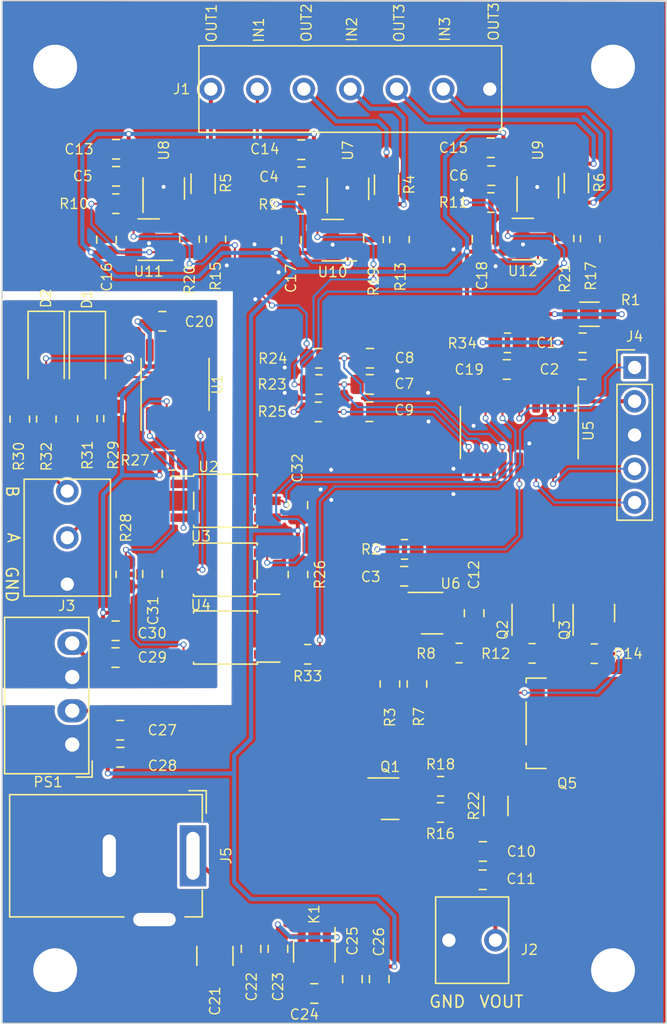
<source format=kicad_pcb>
(kicad_pcb (version 20230517) (generator pcbnew)
  (layers (0 "F.Cu" signal) (31 "B.Cu" signal) (34 "B.Paste" user) (35 "F.Paste" user) (36 "B.SilkS" user "B.Silkscreen") (37 "F.SilkS" user "F.Silkscreen") (38 "B.Mask" user) (39 "F.Mask" user) (44 "Edge.Cuts" user))
  (net 0 "")
  (net 1 "GND")
  (net 2 "Net-(U6-+)")
  (net 3 "Net-(U11-+)")
  (net 4 "Net-(U12-+)")
  (net 5 "Net-(U10-+)")
  (net 6 "I-PWR2")
  (net 7 "I-PWR1")
  (net 8 "I-PWR3")
  (net 9 "Net-(U6--)")
  (net 10 "Net-(Q1-B)")
  (net 11 "VOUT")
  (net 12 "Net-(Q1-C)")
  (net 13 "Net-(Q2-E)")
  (net 14 "12V")
  (net 15 "Net-(Q3-E)")
  (net 16 "5V")
  (net 17 "DAC")
  (net 18 "Net-(U11--)")
  (net 19 "I-IN2")
  (net 20 "I-OUT2")
  (net 21 "I-IN1")
  (net 22 "I-OUT1")
  (net 23 "I-IN3")
  (net 24 "I-OUT3")
  (net 25 "Net-(R8-Pad1)")
  (net 26 "Net-(R9-Pad1)")
  (net 27 "Net-(R10-Pad1)")
  (net 28 "Net-(R11-Pad1)")
  (net 29 "Net-(U12--)")
  (net 30 "Net-(R19-Pad2)")
  (net 31 "Net-(R20-Pad2)")
  (net 32 "Net-(U10--)")
  (net 33 "Net-(R21-Pad2)")
  (net 34 "RX")
  (net 35 "TX")
  (net 36 "GND1")
  (net 37 "5V1")
  (net 38 "Net-(D1-A2)")
  (net 39 "MCLR")
  (net 40 "LED")
  (net 41 "Net-(D2-A2)")
  (net 42 "B")
  (net 43 "A")
  (net 44 "MB-EN")
  (net 46 "PGD")
  (net 47 "PGC")
  (net 48 "Net-(Q5-E)")
  (net 49 "Net-(U3-A1)")
  (net 50 "Net-(U2-A1)")
  (net 51 "Net-(U1-DE)")
  (net 52 "Net-(U1-RO)")
  (net 53 "Net-(U1-DI)")
  (net 54 "Net-(R33-Pad2)")
  (net 55 "5V-UC")
  (net 56 "9V")
  (net 57 "Net-(C24-Pad1)")
  (footprint "Resistor_SMD:R_0805_2012Metric" (layer "F.Cu") (at 133.001362 114.131611 180)
    (fp_text reference "R16")
    (fp_text value "15K" hide)
  )
  (footprint "Capacitor_SMD:C_0805_2012Metric" (layer "F.Cu") (at 130.277299 96.351611 180)
    (fp_text reference "C3")
    (fp_text value "100nF" hide)
  )
  (footprint "Resistor_SMD:R_0805_2012Metric" (layer "F.Cu") (at 139.908976 102.157044)
    (fp_text reference "R12")
    (fp_text value "10K" hide)
  )
  (footprint "Connector_BarrelJack:BarrelJack_GCT_DCJ200-10-A_Horizontal" (layer "F.Cu") (at 114.374805 117.391032 -90)
    (fp_text reference "J5")
    (fp_text value "Barrel_Jack_Switch" hide)
  )
  (footprint "Package_SO:SO-14_3.9x8.65mm_P1.27mm" (layer "F.Cu") (at 138.943147 85.538147 -90)
    (fp_text reference "U5")
    (fp_text value "PIC16F1704" hide)
  )
  (footprint "Resistor_SMD:R_0805_2012Metric" (layer "F.Cu") (at 101.337352 84.52783 90)
    (fp_text reference "R30")
    (fp_text value "1K" hide)
  )
  (footprint "Capacitor_SMD:C_0805_2012Metric" (layer "F.Cu") (at 136.835909 66.204707)
    (fp_text reference "C6")
    (fp_text value "100nF" hide)
  )
  (footprint "Package_TO_SOT_SMD:SOT-23-5" (layer "F.Cu") (at 126.045 67.203892 90)
    (fp_text reference "U7")
    (fp_text value "INA180A1" hide)
  )
  (footprint "Resistor_SMD:R_0805_2012Metric" (layer "F.Cu") (at 122.279431 96.223932 -90)
    (fp_text reference "R26")
    (fp_text value "1K" hide)
  )
  (footprint "Resistor_SMD:R_0805_2012Metric" (layer "F.Cu") (at 130.301836 94.330952)
    (fp_text reference "R2")
    (fp_text value "1K" hide)
  )
  (footprint "Resistor_SMD:R_0805_2012Metric" (layer "F.Cu") (at 123.811232 83.984403)
    (fp_text reference "R25")
    (fp_text value "1K" hide)
  )
  (footprint "Capacitor_SMD:C_0805_2012Metric" (layer "F.Cu") (at 143.701712 80.798372)
    (fp_text reference "C2")
    (fp_text value "100nF" hide)
  )
  (footprint "Package_TO_SOT_SMD:SOT-23-5" (layer "F.Cu") (at 111.039243 71.018998 180)
    (fp_text reference "U11")
    (fp_text value "LM321" hide)
  )
  (footprint "Library:KF128L-3.5-3P" (layer "F.Cu") (at 104.913116 93.449242 -90)
    (fp_text reference "J3")
    (fp_text value "Screw_Terminal_01x03" hide)
  )
  (footprint "Resistor_SMD:R_1206_3216Metric" (layer "F.Cu") (at 137.17994 113.641956 -90)
    (fp_text reference "R22")
    (fp_text value "0,47R" hide)
  )
  (footprint "Capacitor_SMD:C_0805_2012Metric" (layer "F.Cu") (at 127.686268 81.915)
    (fp_text reference "C7")
    (fp_text value "100nF" hide)
  )
  (footprint "Capacitor_SMD:C_0805_2012Metric" (layer "F.Cu") (at 108.907902 109.971677)
    (fp_text reference "C28")
    (fp_text value "10uF" hide)
  )
  (footprint "Resistor_SMD:R_0805_2012Metric" (layer "F.Cu") (at 144.588173 102.180621)
    (fp_text reference "R14")
    (fp_text value "10K" hide)
  )
  (footprint "Diode_SMD:D_SOD-128" (layer "F.Cu") (at 103.321172 79.574572 -90)
    (fp_text reference "D2")
    (fp_text value "D_TVS" hide)
  )
  (footprint "Resistor_SMD:R_0805_2012Metric" (layer "F.Cu") (at 129.203223 104.459051 -90)
    (fp_text reference "R3")
    (fp_text value "10K" hide)
  )
  (footprint "Resistor_SMD:R_0805_2012Metric" (layer "F.Cu") (at 142.312874 70.93828 -90)
    (fp_text reference "R21")
    (fp_text value "100K" hide)
  )
  (footprint "Capacitor_SMD:C_0805_2012Metric" (layer "F.Cu") (at 138.002613 80.791828 180)
    (fp_text reference "C19")
    (fp_text value "100nF" hide)
  )
  (footprint "Package_TO_SOT_SMD:SOT-23-5" (layer "F.Cu") (at 124.886463 71.061475 180)
    (fp_text reference "U10")
    (fp_text value "LM321" hide)
  )
  (footprint "Package_TO_SOT_SMD:SOT-23-5" (layer "F.Cu") (at 112.175019 67.169204 90)
    (fp_text reference "U8")
    (fp_text value "INA180A1" hide)
  )
  (footprint "Connector_PinHeader_2.54mm:PinHeader_1x05_P2.54mm_Vertical" (layer "F.Cu") (at 147.627458 80.645)
    (fp_text reference "J4")
    (fp_text value "Screw_Terminal_01x05" hide)
  )
  (footprint "Capacitor_SMD:C_1210_3225Metric" (layer "F.Cu") (at 116.026818 124.925792 -90)
    (fp_text reference "C21")
    (fp_text value "47uF")
  )
  (footprint "Package_TO_SOT_SMD:SOT-23" (layer "F.Cu") (at 129.219328 113.094694)
    (fp_text reference "Q1")
    (fp_text value "BC848" hide)
  )
  (footprint "Resistor_SMD:R_0805_2012Metric" (layer "F.Cu") (at 127.965005 71.015726 -90)
    (fp_text reference "R19")
    (fp_text value "100K" hide)
  )
  (footprint "Resistor_SMD:R_0805_2012Metric" (layer "F.Cu") (at 123.855545 81.923862)
    (fp_text reference "R23")
    (fp_text value "1K" hide)
  )
  (footprint "Capacitor_SMD:C_0805_2012Metric" (layer "F.Cu") (at 143.705453 78.784889)
    (fp_text reference "C1")
    (fp_text value "10uF" hide)
  )
  (footprint "Resistor_SMD:R_1206_3216Metric" (layer "F.Cu") (at 115.138225 66.81152 90)
    (fp_text reference "R5")
    (fp_text value "0,47R" hide)
  )
  (footprint "Capacitor_SMD:C_0805_2012Metric" (layer "F.Cu") (at 136.791801 64.105786 180)
    (fp_text reference "C15")
    (fp_text value "100nF" hide)
  )
  (footprint "Resistor_SMD:R_0805_2012Metric" (layer "F.Cu") (at 138.051245 78.786757 180)
    (fp_text reference "R34")
    (fp_text value "1K" hide)
  )
  (footprint "Capacitor_SMD:C_0805_2012Metric" (layer "F.Cu") (at 136.187413 119.193004 180)
    (fp_text reference "C11")
    (fp_text value "100nF" hide)
  )
  (footprint "Capacitor_SMD:C_0805_2012Metric" (layer "F.Cu") (at 127.703662 79.945406)
    (fp_text reference "C8")
    (fp_text value "100nF" hide)
  )
  (footprint "Library:TO-252-2" (layer "F.Cu") (at 142.535 107.42)
    (fp_text reference "Q5")
    (fp_text value "2SD882" hide)
  )
  (footprint "Capacitor_SMD:C_0805_2012Metric" (layer "F.Cu") (at 108.585 66.253709)
    (fp_text reference "C5")
    (fp_text value "100nF" hide)
  )
  (footprint "Resistor_SMD:R_0805_2012Metric" (layer "F.Cu") (at 116.101635 70.986368 90)
    (fp_text reference "R15")
    (fp_text value "10K" hide)
  )
  (footprint "Library:KF128L-3.5-2P" (layer "F.Cu") (at 135.393416 123.742529 180)
    (fp_text reference "J2")
    (fp_text value "Screw_Terminal_01x02" hide)
  )
  (footprint "Resistor_SMD:R_0805_2012Metric" (layer "F.Cu") (at 123.013056 102.227522 180)
    (fp_text reference "R33")
    (fp_text value "1K" hide)
  )
  (footprint "Package_TO_SOT_SMD:SOT-23-5" (layer "F.Cu") (at 132.381326 99.1309)
    (fp_text reference "U6")
    (fp_text value "LM321" hide)
  )
  (footprint "Package_SO:SO-5_4.4x3.6mm_P1.27mm" (layer "F.Cu") (at 116.831334 90.67502)
    (fp_text reference "U2")
    (fp_text value "TLP-2631" hide)
  )
  (footprint "Capacitor_SMD:C_0805_2012Metric" (layer "F.Cu") (at 108.892022 107.938973)
    (fp_text reference "C27")
    (fp_text value "100nF" hide)
  )
  (footprint "Package_TO_SOT_SMD:SOT-23" (layer "F.Cu") (at 144.556737 99.120297 90)
    (fp_text reference "Q3")
    (fp_text value "BC848" hide)
  )
  (footprint "Capacitor_SMD:C_0805_2012Metric" (layer "F.Cu") (at 122.523096 64.251877 180)
    (fp_text reference "C14")
    (fp_text value "100nF" hide)
  )
  (footprint "Capacitor_SMD:C_0805_2012Metric" (layer "F.Cu") (at 128.397703 126.672022 -90)
    (fp_text reference "C26")
    (fp_text value "100nF" hide)
  )
  (footprint "Resistor_SMD:R_0805_2012Metric" (layer "F.Cu") (at 112.774004 87.63 180)
    (fp_text reference "R27")
    (fp_text value "1K" hide)
  )
  (footprint "Capacitor_SMD:C_0805_2012Metric" (layer "F.Cu") (at 136.205096 117.065595 180)
    (fp_text reference "C10")
    (fp_text value "100nF" hide)
  )
  (footprint "Resistor_SMD:R_0805_2012Metric" (layer "F.Cu") (at 131.238283 104.461492 90)
    (fp_text reference "R7")
    (fp_text value "47K" hide)
  )
  (footprint "Diode_SMD:D_SOD-128" (layer "F.Cu") (at 106.429711 79.586069 -90)
    (fp_text reference "D1")
    (fp_text value "D_TVS" hide)
  )
  (footprint "Resistor_SMD:R_0805_2012Metric" (layer "F.Cu") (at 108.394594 84.490352 90)
    (fp_text reference "R29")
    (fp_text value "1K" hide)
  )
  (footprint "Resistor_SMD:R_0805_2012Metric" (layer "F.Cu") (at 114.114356 70.990163 -90)
    (fp_text reference "R20")
    (fp_text value "100K" hide)
  )
  (footprint "Capacitor_SMD:C_0805_2012Metric" (layer "F.Cu") (at 136.133425 70.968023 90)
    (fp_text reference "C18")
    (fp_text value "100nF" hide)
  )
  (footprint "Resistor_SMD:R_0805_2012Metric" (layer "F.Cu") (at 106.428051 84.495845 -90)
    (fp_text reference "R31")
    (fp_text value "1K" hide)
  )
  (footprint "Capacitor_SMD:C_0805_2012Metric" (layer "F.Cu") (at 108.538017 102.473647)
    (fp_text reference "C29")
    (fp_text value "100nF" hide)
  )
  (footprint "Capacitor_SMD:C_0805_2012Metric" (layer "F.Cu") (at 135.541704 99.1309 -90)
    (fp_text reference "C12")
    (fp_text value "100nF" hide)
  )
  (footprint "Resistor_SMD:R_0805_2012Metric" (layer "F.Cu") (at 136.805614 68.228218 180)
    (fp_text reference "R11")
    (fp_text value "1K" hide)
  )
  (footprint "Capacitor_SMD:C_0805_2012Metric" (layer "F.Cu") (at 108.553678 100.456824)
    (fp_text reference "C30")
    (fp_text value "100nF" hide)
  )
  (footprint "Package_SO:SO-4_4.4x3.6mm_P2.54mm" (layer "F.Cu") (at 116.820503 100.965 180)
    (fp_text reference "U4")
    (fp_text value "LTV-357T" hide)
  )
  (footprint "Resistor_SMD:R_0805_2012Metric" (layer "F.Cu") (at 129.922681 71.008387 90)
    (fp_text reference "R13")
    (fp_text value "10K" hide)
  )
  (footprint "Package_TO_SOT_SMD:SOT-23-5" (layer "F.Cu") (at 139.210017 70.977048 180)
    (fp_text reference "U12")
    (fp_text value "LM321" hide)
  )
  (footprint "Package_SO:SO-8_3.9x4.9mm_P1.27mm" (layer "F.Cu") (at 113.03 81.915 90)
    (fp_text reference "U1")
    (fp_text value "MAX485E" hide)
  )
  (footprint "Capacitor_SMD:C_0805_2012Metric" (layer "F.Cu") (at 108.584168 64.217275 180)
    (fp_text reference "C13")
    (fp_text value "100nF" hide)
  )
  (footprint "Resistor_SMD:R_0805_2012Metric" (layer "F.Cu") (at 108.566909 68.314402 180)
    (fp_text reference "R10")
    (fp_text value "1K" hide)
  )
  (footprint "Package_TO_SOT_SMD:SOT-23-5" (layer "F.Cu") (at 123.51 124.5925 -90)
    (fp_text reference "K1")
    (fp_text value "AP2210K-XX" hide)
  )
  (footprint "Resistor_SMD:R_0805_2012Metric" (layer "F.Cu") (at 144.280535 70.955367 90)
    (fp_text reference "R17")
    (fp_text value "10K" hide)
  )
  (footprint "Capacitor_SMD:C_0805_2012Metric" (layer "F.Cu") (at 122.550606 66.287363)
    (fp_text reference "C4")
    (fp_text value "100nF" hide)
  )
  (footprint "Package_SO:SO-5_4.4x3.6mm_P1.27mm" (layer "F.Cu") (at 116.811569 95.859004 180)
    (fp_text reference "U3")
    (fp_text value "TLP-2631" hide)
  )
  (footprint "Capacitor_SMD:C_0805_2012Metric" (layer "F.Cu") (at 120.772451 124.39772 -90)
    (fp_text reference "C23")
    (fp_text value "100pF" hide)
  )
  (footprint "Capacitor_SMD:C_0805_2012Metric" (layer "F.Cu") (at 126.378666 126.672531 -90)
    (fp_text reference "C25")
    (fp_text value "100nF" hide)
  )
  (footprint "Resistor_SMD:R_0805_2012Metric" (layer "F.Cu") (at 134.413064 102.13087)
    (fp_text reference "R8")
    (fp_text value "1K" hide)
  )
  (footprint "Capacitor_SMD:C_0805_2012Metric" (layer "F.Cu") (at 118.747498 124.39772 -90)
    (fp_text reference "C22")
    (fp_text value "100nF" hide)
  )
  (footprint "Converter_DCDC:Converter_DCDC_Murata_MEE1SxxxxSC_THT" (layer "F.Cu") (at 105.285 109.0175 180)
    (fp_text reference "PS1")
    (fp_text value "MEE1S0505SC" hide)
  )
  (footprint "Capacitor_SMD:C_0805_2012Metric" (layer "F.Cu") (at 123.510971 127.754738)
    (fp_text reference "C24")
    (fp_text value "100nF" hide)
  )
  (footprint "Capacitor_SMD:C_0805_2012Metric" (layer "F.Cu") (at 112.077261 77.167772)
    (fp_text reference "C20")
    (fp_text value "100nF" hide)
  )
  (footprint "Capacitor_SMD:C_0805_2012Metric" (layer "F.Cu") (at 111.326116 96.179211 90)
    (fp_text reference "C31")
    (fp_text value "100nF" hide)
  )
  (footprint "Library:KF128L-3.5-7P" (layer "F.Cu") (at 126.220787 59.69)
    (fp_text reference "J1")
    (fp_text value "Screw_Terminal_01x07" hide)
  )
  (footprint "Resistor_SMD:R_0805_2012Metric" (layer "F.Cu") (at 133.014457 112.158814)
    (fp_text reference "R18")
    (fp_text value "470R" hide)
  )
  (footprint "Capacitor_SMD:C_0805_2012Metric" (layer "F.Cu") (at 121.780728 71.062894 90)
    (fp_text reference "C17")
    (fp_text value "100nF" hide)
  )
  (footprint "Capacitor_SMD:C_0805_2012Metric" (layer "F.Cu") (at 122.269513 90.998811 90)
    (fp_text reference "C32")
    (fp_text value "100nF" hide)
  )
  (footprint "Capacitor_SMD:C_0805_2012Metric" (layer "F.Cu") (at 107.864243 71.026798 90)
    (fp_text reference "C16")
    (fp_text value "100nF" hide)
  )
  (footprint "Package_TO_SOT_SMD:SOT-23-5" (layer "F.Cu") (at 140.335 67.093414 90)
    (fp_text reference "U9")
    (fp_text value "INA180A1" hide)
  )
  (footprint "Capacitor_SMD:C_0805_2012Metric" (layer "F.Cu") (at 127.659681 83.971991)
    (fp_text reference "C9")
    (fp_text value "100nF" hide)
  )
  (footprint "Resistor_SMD:R_0805_2012Metric" (layer "F.Cu") (at 103.335161 84.523278 -90)
    (fp_text reference "R32")
    (fp_text value "1K" hide)
  )
  (footprint "Resistor_SMD:R_0805_2012Metric" (layer "F.Cu") (at 109.324282 96.212745 -90)
    (fp_text reference "R28")
    (fp_text value "1K" hide)
  )
  (footprint "Resistor_SMD:R_1206_3216Metric" (layer "F.Cu") (at 144.217007 76.633935 180)
    (fp_text reference "R1")
    (fp_text value "10R" hide)
  )
  (footprint "Package_TO_SOT_SMD:SOT-23" (layer "F.Cu") (at 139.95613 99.11086 90)
    (fp_text reference "Q2")
    (fp_text value "BC848" hide)
  )
  (footprint "Resistor_SMD:R_1206_3216Metric" (layer "F.Cu") (at 128.951175 66.885664 90)
    (fp_text reference "R4")
    (fp_text value "0,47R" hide)
  )
  (footprint "Resistor_SMD:R_0805_2012Metric" (layer "F.Cu") (at 122.504187 68.34909 180)
    (fp_text reference "R9")
    (fp_text value "1K" hide)
  )
  (footprint "Resistor_SMD:R_0805_2012Metric" (layer "F.Cu") (at 123.850783 79.949837)
    (fp_text reference "R24")
    (fp_text value "1K" hide)
  )
  (footprint "Resistor_SMD:R_1206_3216Metric" (layer "F.Cu") (at 143.241044 66.767083 90)
    (fp_text reference "R6")
    (fp_text value "0,47R" hide)
  )
  (gr_rect (start 100 53.035809) (end 150 130) (stroke (width 0.1)) (fill none) (layer "Edge.Cuts"))
  (gr_text "OUT3\n" (at 137.459451 56.126212 90) (layer "F.SilkS") (effects (font (size 0.762 0.762) (thickness 0.1016)) (justify left bottom)))
  (gr_text "IN2\n\n" (at 128.012416 56.214428 90) (layer "F.SilkS") (effects (font (size 0.762 0.762) (thickness 0.1016)) (justify left bottom)))
  (gr_text "VOUT\n" (at 135.861069 128.890534) (layer "F.SilkS") (effects (font (size 0.889 0.889) (thickness 0.127)) (justify left bottom)))
  (gr_text "OUT2\n\n" (at 124.590256 56.214428 90) (layer "F.SilkS") (effects (font (size 0.762 0.762) (thickness 0.1016)) (justify left bottom)))
  (gr_text "OUT1\n" (at 116.217749 56.236482 90) (layer "F.SilkS") (effects (font (size 0.762 0.762) (thickness 0.1016)) (justify left bottom)))
  (gr_text "IN3\n" (at 133.788064 56.192374 90) (layer "F.SilkS") (effects (font (size 0.762 0.762) (thickness 0.1016)) (justify left bottom)))
  (gr_text "GND" (at 100.210055 95.523214 -90) (layer "F.SilkS") (effects (font (size 0.889 0.889) (thickness 0.127)) (justify left bottom)))
  (gr_text "B" (at 100.247151 89.442375 -90) (layer "F.SilkS") (effects (font (size 0.889 0.889) (thickness 0.127)) (justify left bottom)))
  (gr_text "GND" (at 132.082362 128.890534) (layer "F.SilkS") (effects (font (size 0.889 0.889) (thickness 0.127)) (justify left bottom)))
  (gr_text "IN1\n" (at 119.77947 56.258536 90) (layer "F.SilkS") (effects (font (size 0.762 0.762) (thickness 0.1016)) (justify left bottom)))
  (gr_text "A" (at 100.341932 92.990519 -90) (layer "F.SilkS") (effects (font (size 0.889 0.889) (thickness 0.127)) (justify left bottom)))
  (gr_text "OUT3\n" (at 130.347641 56.225455 90) (layer "F.SilkS") (effects (font (size 0.762 0.762) (thickness 0.1016)) (justify left bottom)))
  (via (at 132.108932 84.706242) (size 0.45) (drill 0.3) (layers "F.Cu" "B.Cu") (net 1))
  (via (at 120.821891 73.479513) (size 0.45) (drill 0.3) (layers "F.Cu" "B.Cu") (net 1))
  (via (at 124.774135 88.338486) (size 0.45) (drill 0.3) (layers "F.Cu" "B.Cu") (net 1))
  (via (at 123.986432 89.821486) (size 0.45) (drill 0.3) (layers "F.Cu" "B.Cu") (net 1))
  (via (at 146 58) (size 4.5) (drill 3.3) (layers "F.Cu" "B.Cu") (net 1))
  (via (at 135.500244 85.029136) (size 0.45) (drill 0.3) (layers "F.Cu" "B.Cu") (net 1))
  (via (at 124.787594 90.607324) (size 0.45) (drill 0.3) (layers "F.Cu" "B.Cu") (net 1))
  (via (at 121.285 80.645) (size 0.45) (drill 0.3) (layers "F.Cu" "B.Cu") (net 1))
  (via (at 133.985 90.17) (size 0.45) (drill 0.3) (layers "F.Cu" "B.Cu") (net 1))
  (via (at 121.285 82.55) (size 0.45) (drill 0.3) (layers "F.Cu" "B.Cu") (net 1))
  (via (at 125.997431 67.111324) (size 0.45) (drill 0.3) (layers "F.Cu" "B.Cu") (net 1))
  (via (at 104 126) (size 4.5) (drill 3.3) (layers "F.Cu" "B.Cu") (net 1))
  (via (at 116.920216 72.960063) (size 0.45) (drill 0.3) (layers "F.Cu" "B.Cu") (net 1))
  (via (at 124.890729 71.399756) (size 0.45) (drill 0.3) (layers "F.Cu" "B.Cu") (net 1))
  (via (at 137.16 73.025) (size 0.45) (drill 0.3) (layers "F.Cu" "B.Cu") (net 1))
  (via (at 111.067702 71.291891) (size 0.45) (drill 0.3) (layers "F.Cu" "B.Cu") (net 1))
  (via (at 132.08 82.55) (size 0.45) (drill 0.3) (layers "F.Cu" "B.Cu") (net 1))
  (via (at 133.985 88.265) (size 0.45) (drill 0.3) (layers "F.Cu" "B.Cu") (net 1))
  (via (at 129.756729 80.913297) (size 0.45) (drill 0.3) (layers "F.Cu" "B.Cu") (net 1))
  (via (at 140.292027 67.060756) (size 0.45) (drill 0.3) (layers "F.Cu" "B.Cu") (net 1))
  (via (at 146 126) (size 4.5) (drill 3.3) (layers "F.Cu" "B.Cu") (net 1))
  (via (at 139.7 86.36) (size 0.45) (drill 0.3) (layers "F.Cu" "B.Cu") (net 1))
  (via (at 134.62 67.31) (size 0.45) (drill 0.3) (layers "F.Cu" "B.Cu") (net 1))
  (via (at 119.008433 71.373839) (size 0.45) (drill 0.3) (layers "F.Cu" "B.Cu") (net 1))
  (via (at 112.162946 67.048864) (size 0.45) (drill 0.3) (layers "F.Cu" "B.Cu") (net 1))
  (via (at 139.224432 71.382567) (size 0.45) (drill 0.3) (layers "F.Cu" "B.Cu") (net 1))
  (via (at 104 58) (size 4.5) (drill 3.3) (layers "F.Cu" "B.Cu") (net 1))
  (via (at 133.985 71.755) (size 0.45) (drill 0.3) (layers "F.Cu" "B.Cu") (net 1))
  (via (at 119.064865 75.500973) (size 0.45) (drill 0.3) (layers "F.Cu" "B.Cu") (net 1))
  (segment (start 131.227299 94.343915) (end 131.227299 96.351611) (width 0.1524) (layer "F.Cu") (net 2))
  (segment (start 131.227299 96.351611) (end 131.243826 96.368138) (width 0.1524) (layer "F.Cu") (net 2))
  (segment (start 131.243826 96.368138) (end 131.243826 98.1809) (width 0.1524) (layer "F.Cu") (net 2))
  (segment (start 107.635 66.253709) (end 107.654409 66.273118) (width 0.1524) (layer "F.Cu") (net 3))
  (segment (start 112.176743 71.968998) (end 111.091311 71.968998) (width 0.1524) (layer "F.Cu") (net 3))
  (segment (start 106.726757 68.31908) (end 107.649731 68.31908) (width 0.1524) (layer "F.Cu") (net 3))
  (segment (start 107.654409 66.273118) (end 107.654409 68.314402) (width 0.1524) (layer "F.Cu") (net 3))
  (segment (start 107.649731 68.31908) (end 107.654409 68.314402) (width 0.1524) (layer "F.Cu") (net 3))
  (via (at 111.091311 71.968998) (size 0.45) (drill 0.3) (layers "F.Cu" "B.Cu") (net 3))
  (via (at 106.726757 68.31908) (size 0.45) (drill 0.3) (layers "F.Cu" "B.Cu") (net 3))
  (segment (start 108.798998 71.968998) (end 107.95 71.12) (width 0.1524) (layer "B.Cu") (net 3))
  (segment (start 106.726757 69.896757) (end 106.726757 68.31908) (width 0.1524) (layer "B.Cu") (net 3))
  (segment (start 111.091311 71.968998) (end 108.798998 71.968998) (width 0.1524) (layer "B.Cu") (net 3))
  (segment (start 107.95 71.12) (end 106.726757 69.896757) (width 0.1524) (layer "B.Cu") (net 3))
  (segment (start 135.893114 68.228218) (end 134.95715 68.228218) (width 0.1524) (layer "F.Cu") (net 4))
  (segment (start 140.348347 72.677107) (end 140.348347 71.927878) (width 0.1524) (layer "F.Cu") (net 4))
  (segment (start 134.95715 68.228218) (end 134.955737 68.226805) (width 0.1524) (layer "F.Cu") (net 4))
  (segment (start 140.348347 71.927878) (end 140.347517 71.927048) (width 0.1524) (layer "F.Cu") (net 4))
  (segment (start 135.885909 66.204707) (end 135.885909 68.221013) (width 0.1524) (layer "F.Cu") (net 4))
  (segment (start 135.885909 68.221013) (end 135.893114 68.228218) (width 0.1524) (layer "F.Cu") (net 4))
  (via (at 134.955737 68.226805) (size 0.45) (drill 0.3) (layers "F.Cu" "B.Cu") (net 4))
  (via (at 140.348347 72.677107) (size 0.45) (drill 0.3) (layers "F.Cu" "B.Cu") (net 4))
  (segment (start 138.082107 72.677107) (end 140.348347 72.677107) (width 0.1524) (layer "B.Cu") (net 4))
  (segment (start 137.13568 68.870843) (end 137.13568 69.746186) (width 0.1524) (layer "B.Cu") (net 4))
  (segment (start 136.491642 68.226805) (end 136.891594 68.626757) (width 0.1524) (layer "B.Cu") (net 4))
  (segment (start 137.13568 69.746186) (end 137.13568 71.73068) (width 0.1524) (layer "B.Cu") (net 4))
  (segment (start 136.891594 68.626757) (end 137.13568 68.870843) (width 0.1524) (layer "B.Cu") (net 4))
  (segment (start 137.13568 71.73068) (end 137.795 72.39) (width 0.1524) (layer "B.Cu") (net 4))
  (segment (start 137.795 72.39) (end 138.082107 72.677107) (width 0.1524) (layer "B.Cu") (net 4))
  (segment (start 134.955737 68.226805) (end 136.491642 68.226805) (width 0.1524) (layer "B.Cu") (net 4))
  (segment (start 121.600606 66.287363) (end 121.591687 66.296282) (width 0.1524) (layer "F.Cu") (net 5))
  (segment (start 126.022704 72.012734) (end 126.023963 72.011475) (width 0.1524) (layer "F.Cu") (net 5))
  (segment (start 121.591687 68.34909) (end 120.662555 68.34909) (width 0.1524) (layer "F.Cu") (net 5))
  (segment (start 126.022704 72.768754) (end 126.022704 72.012734) (width 0.1524) (layer "F.Cu") (net 5))
  (segment (start 120.662555 68.34909) (end 120.659042 68.345577) (width 0.1524) (layer "F.Cu") (net 5))
  (segment (start 121.591687 66.296282) (end 121.591687 68.34909) (width 0.1524) (layer "F.Cu") (net 5))
  (via (at 126.022704 72.768754) (size 0.45) (drill 0.3) (layers "F.Cu" "B.Cu") (net 5))
  (via (at 120.659042 68.345577) (size 0.45) (drill 0.3) (layers "F.Cu" "B.Cu") (net 5))
  (segment (start 123.371425 72.768754) (end 126.022704 72.768754) (width 0.1524) (layer "B.Cu") (net 5))
  (segment (start 120.659042 68.345577) (end 122.004476 68.345577) (width 0.1524) (layer "B.Cu") (net 5))
  (segment (start 122.640577 72.037906) (end 123.371425 72.768754) (width 0.1524) (layer "B.Cu") (net 5))
  (segment (start 122.644397 71.863545) (end 122.640577 71.867365) (width 0.1524) (layer "B.Cu") (net 5))
  (segment (start 122.644397 68.985498) (end 122.644397 71.863545) (width 0.1524) (layer "B.Cu") (net 5))
  (segment (start 122.004476 68.345577) (end 122.644397 68.985498) (width 0.1524) (layer "B.Cu") (net 5))
  (segment (start 122.640577 71.867365) (end 122.640577 72.037906) (width 0.1524) (layer "B.Cu") (net 5))
  (segment (start 124.776907 81.915) (end 124.768045 81.923862) (width 0.1524) (layer "F.Cu") (net 6))
  (segment (start 125.760558 81.913018) (end 125.758576 81.915) (width 0.1524) (layer "F.Cu") (net 6))
  (segment (start 136.400219 86.617201) (end 136.403147 86.620129) (width 0.1524) (layer "F.Cu") (net 6))
  (segment (start 126.736268 81.915) (end 125.76254 81.915) (width 0.1524) (layer "F.Cu") (net 6))
  (segment (start 125.758576 81.915) (end 124.776907 81.915) (width 0.1524) (layer "F.Cu") (net 6))
  (segment (start 136.403147 86.620129) (end 136.403147 88.013147) (width 0.1524) (layer "F.Cu") (net 6))
  (segment (start 125.76254 81.915) (end 125.760558 81.913018) (width 0.1524) (layer "F.Cu") (net 6))
  (via (at 125.760558 81.913018) (size 0.45) (drill 0.3) (layers "F.Cu" "B.Cu") (net 6))
  (via (at 136.400219 86.617201) (size 0.45) (drill 0.3) (layers "F.Cu" "B.Cu") (net 6))
  (segment (start 126.807032 83.627032) (end 125.760558 82.580558) (width 0.1524) (layer "B.Cu") (net 6))
  (segment (start 132.643511 83.627032) (end 126.807032 83.627032) (width 0.1524) (layer "B.Cu") (net 6))
  (segment (start 136.400219 86.617201) (end 135.787152 86.004134) (width 0.1524) (layer "B.Cu") (net 6))
  (segment (start 135.787152 86.004134) (end 135.020613 86.004134) (width 0.1524) (layer "B.Cu") (net 6))
  (segment (start 125.760558 82.580558) (end 125.760558 81.913018) (width 0.1524) (layer "B.Cu") (net 6))
  (segment (start 135.020613 86.004134) (end 132.643511 83.627032) (width 0.1524) (layer "B.Cu") (net 6))
  (segment (start 124.767714 79.945406) (end 124.763283 79.949837) (width 0.1524) (layer "F.Cu") (net 7))
  (segment (start 126.753662 79.945406) (end 125.760688 79.945406) (width 0.1524) (layer "F.Cu") (net 7))
  (segment (start 125.760688 79.945406) (end 124.767714 79.945406) (width 0.1524) (layer "F.Cu") (net 7))
  (segment (start 137.673147 88.013147) (end 137.673147 86.622822) (width 0.1524) (layer "F.Cu") (net 7))
  (segment (start 137.673147 86.622822) (end 137.675146 86.620823) (width 0.1524) (layer "F.Cu") (net 7))
  (via (at 125.760688 79.945406) (size 0.45) (drill 0.3) (layers "F.Cu" "B.Cu") (net 7))
  (via (at 137.675146 86.620823) (size 0.45) (drill 0.3) (layers "F.Cu" "B.Cu") (net 7))
  (segment (start 135.166581 85.651734) (end 132.699847 83.185) (width 0.1524) (layer "B.Cu") (net 7))
  (segment (start 127 82.55) (end 127 81.915) (width 0.1524) (layer "B.Cu") (net 7))
  (segment (start 127.635 83.185) (end 127 82.55) (width 0.1524) (layer "B.Cu") (net 7))
  (segment (start 127 81.915) (end 125.760688 80.675688) (width 0.1524) (layer "B.Cu") (net 7))
  (segment (start 137.675146 86.620823) (end 136.706057 85.651734) (width 0.1524) (layer "B.Cu") (net 7))
  (segment (start 136.706057 85.651734) (end 135.166581 85.651734) (width 0.1524) (layer "B.Cu") (net 7))
  (segment (start 125.760688 80.675688) (end 125.760688 79.945406) (width 0.1524) (layer "B.Cu") (net 7))
  (segment (start 132.699847 83.185) (end 127.635 83.185) (width 0.1524) (layer "B.Cu") (net 7))
  (segment (start 135.133147 86.615036) (end 135.132765 86.614654) (width 0.1524) (layer "F.Cu") (net 8))
  (segment (start 124.723732 83.984403) (end 125.717299 83.984403) (width 0.1524) (layer "F.Cu") (net 8))
  (segment (start 135.133147 88.013147) (end 135.133147 86.615036) (width 0.1524) (layer "F.Cu") (net 8))
  (segment (start 125.727241 83.984403) (end 126.697269 83.984403) (width 0.1524) (layer "F.Cu") (net 8))
  (segment (start 125.72227 83.979432) (end 125.727241 83.984403) (width 0.1524) (layer "F.Cu") (net 8))
  (segment (start 126.697269 83.984403) (end 126.709681 83.971991) (width 0.1524) (layer "F.Cu") (net 8))
  (segment (start 125.717299 83.984403) (end 125.72227 83.979432) (width 0.1524) (layer "F.Cu") (net 8))
  (via (at 135.132765 86.614654) (size 0.45) (drill 0.3) (layers "F.Cu" "B.Cu") (net 8))
  (via (at 125.72227 83.979432) (size 0.45) (drill 0.3) (layers "F.Cu" "B.Cu") (net 8))
  (segment (start 125.72227 83.979432) (end 132.497543 83.979432) (width 0.1524) (layer "B.Cu") (net 8))
  (segment (start 132.497543 83.979432) (end 135.132765 86.614654) (width 0.1524) (layer "B.Cu") (net 8))
  (segment (start 131.238283 100.086443) (end 131.238283 103.548992) (width 0.1524) (layer "F.Cu") (net 9))
  (segment (start 131.243826 100.0809) (end 131.238283 100.086443) (width 0.1524) (layer "F.Cu") (net 9))
  (segment (start 131.235842 103.546551) (end 131.238283 103.548992) (width 0.1524) (layer "F.Cu") (net 9))
  (segment (start 129.203223 103.546551) (end 131.235842 103.546551) (width 0.1524) (layer "F.Cu") (net 9))
  (segment (start 132.101957 114.118516) (end 132.088862 114.131611) (width 0.3048) (layer "F.Cu") (net 10))
  (segment (start 128.281828 112.144694) (end 132.087837 112.144694) (width 0.1524) (layer "F.Cu") (net 10))
  (segment (start 132.087837 112.144694) (end 132.101957 112.158814) (width 0.3048) (layer "F.Cu") (net 10))
  (segment (start 132.101957 112.158814) (end 132.101957 114.118516) (width 0.1524) (layer "F.Cu") (net 10))
  (segment (start 133.492692 115.434405) (end 133.913862 115.013235) (width 0.1524) (layer "F.Cu") (net 11))
  (segment (start 131.055494 115.434405) (end 133.492692 115.434405) (width 0.1524) (layer "F.Cu") (net 11))
  (segment (start 137.155096 117.065595) (end 137.155096 119.175321) (width 0.3048) (layer "F.Cu") (net 11))
  (segment (start 137.137413 119.193004) (end 137.143416 119.199007) (width 0.3048) (layer "F.Cu") (net 11))
  (segment (start 131.238283 109.31638) (end 131.238283 105.373992) (width 0.1524) (layer "F.Cu") (net 11))
  (segment (start 128.281828 114.044694) (end 130.383649 114.044694) (width 0.1524) (layer "F.Cu") (net 11))
  (segment (start 133.913862 114.131611) (end 136.207095 114.131611) (width 0.1524) (layer "F.Cu") (net 11))
  (segment (start 133.913862 115.013235) (end 133.913862 114.131611) (width 0.1524) (layer "F.Cu") (net 11))
  (segment (start 130.700992 114.796301) (end 130.709855 114.805164) (width 0.1524) (layer "F.Cu") (net 11))
  (segment (start 130.700992 114.362037) (end 130.700992 114.796301) (width 0.1524) (layer "F.Cu") (net 11))
  (segment (start 137.17994 115.104456) (end 137.17994 117.040751) (width 0.3048) (layer "F.Cu") (net 11))
  (segment (start 127.934927 114.044694) (end 126.776988 112.886756) (width 0.1524) (layer "F.Cu") (net 11))
  (segment (start 136.207095 114.131611) (end 137.17994 115.104456) (width 0.1524) (layer "F.Cu") (net 11))
  (segment (start 130.051043 110.50362) (end 131.238283 109.31638) (width 0.1524) (layer "F.Cu") (net 11))
  (segment (start 127.485632 110.50362) (end 130.051043 110.50362) (width 0.1524) (layer "F.Cu") (net 11))
  (segment (start 137.143416 119.199007) (end 137.143416 123.742529) (width 0.3048) (layer "F.Cu") (net 11))
  (segment (start 130.383649 114.044694) (end 130.700992 114.362037) (width 0.1524) (layer "F.Cu") (net 11))
  (segment (start 126.776988 112.886756) (end 126.776988 111.212264) (width 0.1524) (layer "F.Cu") (net 11))
  (segment (start 130.709855 115.088766) (end 131.055494 115.434405) (width 0.1524) (layer "F.Cu") (net 11))
  (segment (start 130.709855 114.805164) (end 130.709855 115.088766) (width 0.1524) (layer "F.Cu") (net 11))
  (segment (start 126.776988 111.212264) (end 127.485632 110.50362) (width 0.1524) (layer "F.Cu") (net 11))
  (segment (start 128.281828 114.044694) (end 127.934927 114.044694) (width 0.1524) (layer "F.Cu") (net 11))
  (segment (start 137.155096 119.175321) (end 137.137413 119.193004) (width 0.3048) (layer "F.Cu") (net 11))
  (segment (start 137.17994 117.040751) (end 137.155096 117.065595) (width 0.3048) (layer "F.Cu") (net 11))
  (segment (start 135.325564 102.13087) (end 135.351738 102.157044) (width 0.1524) (layer "F.Cu") (net 12))
  (segment (start 127.477982 113.089381) (end 127.129388 112.740787) (width 0.1524) (layer "F.Cu") (net 12))
  (segment (start 135.351738 102.157044) (end 138.996476 102.157044) (width 0.1524) (layer "F.Cu") (net 12))
  (segment (start 127.129388 112.740787) (end 127.129388 111.358232) (width 0.1524) (layer "F.Cu") (net 12))
  (segment (start 130.156828 113.094694) (end 130.151515 113.089381) (width 0.1524) (layer "F.Cu") (net 12))
  (segment (start 127.6316 110.85602) (end 133.322971 110.85602) (width 0.1524) (layer "F.Cu") (net 12))
  (segment (start 135.325564 103.245368) (end 135.325564 102.13087) (width 0.1524) (layer "F.Cu") (net 12))
  (segment (start 134.440533 109.738458) (end 134.440533 104.130399) (width 0.1524) (layer "F.Cu") (net 12))
  (segment (start 138.996476 100.058014) (end 138.996476 102.157044) (width 0.1524) (layer "F.Cu") (net 12))
  (segment (start 130.151515 113.089381) (end 127.477982 113.089381) (width 0.1524) (layer "F.Cu") (net 12))
  (segment (start 139.00613 100.04836) (end 138.996476 100.058014) (width 0.1524) (layer "F.Cu") (net 12))
  (segment (start 133.322971 110.85602) (end 134.440533 109.738458) (width 0.1524) (layer "F.Cu") (net 12))
  (segment (start 127.129388 111.358232) (end 127.6316 110.85602) (width 0.1524) (layer "F.Cu") (net 12))
  (segment (start 134.440533 104.130399) (end 135.325564 103.245368) (width 0.1524) (layer "F.Cu") (net 12))
  (segment (start 140.90613 100.04836) (end 140.90613 102.07239) (width 0.1524) (layer "F.Cu") (net 13))
  (segment (start 143.5973 100.04836) (end 143.606737 100.057797) (width 0.25) (layer "F.Cu") (net 13))
  (segment (start 140.90613 102.07239) (end 140.821476 102.157044) (width 0.25) (layer "F.Cu") (net 13))
  (segment (start 140.90613 100.04836) (end 143.5973 100.04836) (width 0.1524) (layer "F.Cu") (net 13))
  (segment (start 143.606737 102.111685) (end 143.675673 102.180621) (width 0.25) (layer "F.Cu") (net 13))
  (segment (start 143.606737 100.057797) (end 143.606737 102.111685) (width 0.1524) (layer "F.Cu") (net 13))
  (segment (start 147.145892 98.182797) (end 147.709951 98.746856) (width 0.3048) (layer "F.Cu") (net 14))
  (segment (start 133.518826 98.1809) (end 135.541704 98.1809) (width 0.3048) (layer "F.Cu") (net 14))
  (segment (start 135.541704 98.1809) (end 139.94859 98.1809) (width 0.3048) (layer "F.Cu") (net 14))
  (segment (start 139.95613 98.17336) (end 139.965567 98.182797) (width 0.25) (layer "F.Cu") (net 14))
  (segment (start 147.709951 104.270049) (end 144.56 107.42) (width 0.25) (layer "F.Cu") (net 14))
  (segment (start 139.94859 98.1809) (end 139.95613 98.17336) (width 0.1524) (layer "F.Cu") (net 14))
  (segment (start 147.709951 98.746856) (end 147.709951 104.270049) (width 0.3048) (layer "F.Cu") (net 14))
  (segment (start 139.965567 98.182797) (end 144.556737 98.182797) (width 0.3048) (layer "F.Cu") (net 14))
  (segment (start 144.556737 98.182797) (end 147.145892 98.182797) (width 0.3048) (layer "F.Cu") (net 14))
  (segment (start 145.506737 100.057797) (end 145.506737 102.174557) (width 0.1524) (layer "F.Cu") (net 15))
  (segment (start 146.413042 102.180621) (end 146.421538 102.172125) (width 0.25) (layer "F.Cu") (net 15))
  (segment (start 145.500673 102.180621) (end 146.413042 102.180621) (width 0.25) (layer "F.Cu") (net 15))
  (segment (start 145.506737 102.174557) (end 145.500673 102.180621) (width 0.25) (layer "F.Cu") (net 15))
  (segment (start 139.339589 105.120192) (end 137.160192 105.120192) (width 0.1524) (layer "F.Cu") (net 15))
  (segment (start 137.160192 105.120192) (end 137.16 105.12) (width 0.25) (layer "F.Cu") (net 15))
  (via (at 146.421538 102.172125) (size 0.45) (drill 0.3) (layers "F.Cu" "B.Cu") (net 15))
  (via (at 139.339589 105.120192) (size 0.45) (drill 0.3) (layers "F.Cu" "B.Cu") (net 15))
  (segment (start 146.421538 103.501505) (end 145.597321 104.325722) (width 0.1524) (layer "B.Cu") (net 15))
  (segment (start 144.802851 105.120192) (end 139.339589 105.120192) (width 0.1524) (layer "B.Cu") (net 15))
  (segment (start 146.421538 102.172125) (end 146.421538 103.501505) (width 0.1524) (layer "B.Cu") (net 15))
  (segment (start 145.597321 104.325722) (end 144.802851 105.120192) (width 0.25) (layer "B.Cu") (net 15))
  (segment (start 123.747544 72.012894) (end 123.748963 72.011475) (width 0.3048) (layer "F.Cu") (net 16))
  (segment (start 124.531622 64.251877) (end 125.095 64.815255) (width 0.3048) (layer "F.Cu") (net 16))
  (segment (start 122.269513 91.948811) (end 122.269513 92.913539) (width 0.3048) (layer "F.Cu") (net 16))
  (segment (start 107.960759 109.974534) (end 107.957902 109.971677) (width 0.3048) (layer "F.Cu") (net 16))
  (segment (start 110.690702 64.217275) (end 111.225019 64.751592) (width 0.3048) (layer "F.Cu") (net 16))
  (segment (start 107.864243 71.976798) (end 109.893943 71.976798) (width 0.3048) (layer "F.Cu") (net 16))
  (segment (start 122.267782 92.91527) (end 122.269513 92.917001) (width 0.3048) (layer "F.Cu") (net 16))
  (segment (start 126.378666 125.722531) (end 128.397194 125.722531) (width 0.3048) (layer "F.Cu") (net 16))
  (segment (start 124.46 125.73) (end 126.371197 125.73) (width 0.3048) (layer "F.Cu") (net 16))
  (segment (start 119.981334 91.94502) (end 122.265722 91.94502) (width 0.3048) (layer "F.Cu") (net 16))
  (segment (start 122.265722 91.94502) (end 122.269513 91.948811) (width 0.3048) (layer "F.Cu") (net 16))
  (segment (start 122.269513 95.301514) (end 122.279431 95.311432) (width 0.3048) (layer "F.Cu") (net 16))
  (segment (start 109.534225 64.217218) (end 109.534168 64.217275) (width 0.3048) (layer "F.Cu") (net 16))
  (segment (start 121.777192 72.01643) (end 121.780728 72.012894) (width 0.3048) (layer "F.Cu") (net 16))
  (segment (start 123.473096 64.251877) (end 124.531622 64.251877) (width 0.3048) (layer "F.Cu") (net 16))
  (segment (start 107.960759 111.19536) (end 107.960759 109.974534) (width 0.3048) (layer "F.Cu") (net 16))
  (segment (start 123.479912 63.062328) (end 123.479912 64.245061) (width 0.3048) (layer "F.Cu") (net 16))
  (segment (start 122.269513 92.917001) (end 122.269513 95.301514) (width 0.3048) (layer "F.Cu") (net 16))
  (segment (start 137.741801 64.105786) (end 137.741801 62.991358) (width 0.3048) (layer "F.Cu") (net 16))
  (segment (start 111.225019 64.751592) (end 111.225019 66.031704) (width 0.3048) (layer "F.Cu") (net 16))
  (segment (start 106.713541 71.976798) (end 106.706958 71.970215) (width 0.3048) (layer "F.Cu") (net 16))
  (segment (start 125.095 64.815255) (end 125.095 66.066392) (width 0.3048) (layer "F.Cu") (net 16))
  (segment (start 109.893943 71.976798) (end 109.901743 71.968998) (width 0.3048) (layer "F.Cu") (net 16))
  (segment (start 123.479912 64.245061) (end 123.473096 64.251877) (width 0.3048) (layer "F.Cu") (net 16))
  (segment (start 139.385 64.534624) (end 139.385 65.955914) (width 0.3048) (layer "F.Cu") (net 16))
  (segment (start 107.942022 107.938973) (end 107.942022 109.955797) (width 0.3048) (layer "F.Cu") (net 16))
  (segment (start 141.610093 76.623636) (end 136.220693 76.623636) (width 0.3048) (layer "F.Cu") (net 16))
  (segment (start 135.005953 75.408896) (end 135.005953 71.911616) (width 0.3048) (layer "F.Cu") (net 16))
  (segment (start 122.269513 92.913539) (end 122.267782 92.91527) (width 0.3048) (layer "F.Cu") (net 16))
  (segment (start 107.281892 106.4775) (end 105.285 106.4775) (width 0.3048) (layer "F.Cu") (net 16))
  (segment (start 136.220693 76.623636) (end 135.005953 75.408896) (width 0.3048) (layer "F.Cu") (net 16))
  (segment (start 136.133425 71.918023) (end 138.063492 71.918023) (width 0.3048) (layer "F.Cu") (net 16))
  (segment (start 128.397703 125.722022) (end 129.532022 125.722022) (width 0.3048) (layer "F.Cu") (net 16))
  (segment (start 138.956162 64.105786) (end 139.385 64.534624) (width 0.3048) (layer "F.Cu") (net 16))
  (segment (start 136.133425 71.918023) (end 135.01236 71.918023) (width 0.3048) (layer "F.Cu") (net 16))
  (segment (start 107.864243 71.976798) (end 106.713541 71.976798) (width 0.3048) (layer "F.Cu") (net 16))
  (segment (start 107.942022 107.13763) (end 107.281892 106.4775) (width 0.3048) (layer "F.Cu") (net 16))
  (segment (start 138.063492 71.918023) (end 138.072517 71.927048) (width 0.3048) (layer "F.Cu") (net 16))
  (segment (start 137.741801 62.991358) (end 137.738888 62.988445) (width 0.3048) (layer "F.Cu") (net 16))
  (segment (start 121.780728 72.012894) (end 123.747544 72.012894) (width 0.3048) (layer "F.Cu") (net 16))
  (segment (start 109.534225 63.066069) (end 109.534225 64.217218) (width 0.3048) (layer "F.Cu") (net 16))
  (segment (start 128.397194 125.722531) (end 128.397703 125.722022) (width 0.3048) (layer "F.Cu") (net 16))
  (segment (start 145.679507 76.633935) (end 146.64974 76.633935) (width 0.3048) (layer "F.Cu") (net 16))
  (segment (start 137.741801 64.105786) (end 138.956162 64.105786) (width 0.3048) (layer "F.Cu") (net 16))
  (segment (start 135.01236 71.918023) (end 135.005953 71.911616) (width 0.3048) (layer "F.Cu") (net 16))
  (segment (start 120.61919 72.01643) (end 121.777192 72.01643) (width 0.3048) (layer "F.Cu") (net 16))
  (segment (start 107.942022 107.938973) (end 107.942022 107.13763) (width 0.3048) (layer "F.Cu") (net 16))
  (segment (start 129.532022 125.722022) (end 129.54 125.73) (width 0.3048) (layer "F.Cu") (net 16))
  (segment (start 109.534168 64.217275) (end 110.690702 64.217275) (width 0.3048) (layer "F.Cu") (net 16))
  (segment (start 107.942022 109.955797) (end 107.957902 109.971677) (width 0.3048) (layer "F.Cu") (net 16))
  (segment (start 126.371197 125.73) (end 126.378666 125.722531) (width 0.3048) (layer "F.Cu") (net 16))
  (via (at 106.706958 71.970215) (size 0.45) (drill 0.3) (layers "F.Cu" "B.Cu") (net 16))
  (via (at 141.610093 76.623636) (size 0.45) (drill 0.3) (layers "F.Cu" "B.Cu") (net 16))
  (via (at 137.738888 62.988445) (size 0.45) (drill 0.3) (layers "F.Cu" "B.Cu") (net 16))
  (via (at 107.960759 111.19536) (size 0.45) (drill 0.3) (layers "F.Cu" "B.Cu") (net 16))
  (via (at 122.267782 92.91527) (size 0.45) (drill 0.3) (layers "F.Cu" "B.Cu") (net 16))
  (via (at 146.64974 76.633935) (size 0.45) (drill 0.3) (layers "F.Cu" "B.Cu") (net 16))
  (via (at 135.005953 71.911616) (size 0.45) (drill 0.3) (layers "F.Cu" "B.Cu") (net 16))
  (via (at 123.479912 63.062328) (size 0.45) (drill 0.3) (layers "F.Cu" "B.Cu") (net 16))
  (via (at 129.54 125.73) (size 0.45) (drill 0.3) (layers "F.Cu" "B.Cu") (net 16))
  (via (at 120.61919 72.01643) (size 0.45) (drill 0.3) (layers "F.Cu" "B.Cu") (net 16))
  (via (at 109.534225 63.066069) (size 0.45) (drill 0.3) (layers "F.Cu" "B.Cu") (net 16))
  (segment (start 117.475 119.38) (end 117.475 112.395) (width 0.3048) (layer "B.Cu") (net 16))
  (segment (start 114.796356 73.798644) (end 116.57857 72.01643) (width 0.3048) (layer "B.Cu") (net 16))
  (segment (start 135.005953 71.911616) (end 135.005953 70.912382) (width 0.3048) (layer "B.Cu") (net 16))
  (segment (start 117.40464 111.19536) (end 117.475 111.125) (width 0.3048) (layer "B.Cu") (net 16))
  (segment (start 122.267782 92.91527) (end 118.779378 92.91527) (width 0.3048) (layer "B.Cu") (net 16))
  (segment (start 110.687328 63.062328) (end 110.683587 63.066069) (width 0.3048) (layer "B.Cu") (net 16))
  (segment (start 133.35 69.256429) (end 133.35 64.808993) (width 0.3048) (layer "B.Cu") (net 16))
  (segment (start 117.475 109.855) (end 118.745 108.585) (width 0.3048) (layer "B.Cu") (net 16))
  (segment (start 116.205 111.19536) (end 117.40464 111.19536) (width 0.3048) (layer "B.Cu") (net 16))
  (segment (start 116.57857 72.01643) (end 120.61919 72.01643) (width 0.3048) (layer "B.Cu") (net 16))
  (segment (start 133.481338 73.436231) (end 122.038991 73.436231) (width 0.3048) (layer "B.Cu") (net 16))
  (segment (start 117.475 112.395) (end 117.475 111.125) (width 0.3048) (layer "B.Cu") (net 16))
  (segment (start 146.64974 76.633935) (end 141.620392 76.633935) (width 0.3048) (layer "B.Cu") (net 16))
  (segment (start 106.045 64.135) (end 107.113931 63.066069) (width 0.3048) (layer "B.Cu") (net 16))
  (segment (start 107.113931 63.066069) (end 109.534225 63.066069) (width 0.3048) (layer "B.Cu") (net 16))
  (segment (start 116.205 111.19536) (end 107.960759 111.19536) (width 0.3048) (layer "B.Cu") (net 16))
  (segment (start 106.706958 71.970215) (end 106.045 71.308257) (width 0.3048) (layer "B.Cu") (net 16))
  (segment (start 110.683587 63.066069) (end 109.534225 63.066069) (width 0.3048) (layer "B.Cu") (net 16))
  (segment (start 118.745 76.730222) (end 122.038991 73.436231) (width 0.3048) (layer "B.Cu") (net 16))
  (segment (start 129.54 121.92) (end 128.27 120.65) (width 0.3048) (layer "B.Cu") (net 16))
  (segment (start 118.745 92.880892) (end 118.745 76.730222) (width 0.3048) (layer "B.Cu") (net 16))
  (segment (start 118.779378 92.91527) (end 118.745 92.880892) (width 0.3048) (layer "B.Cu") (net 16))
  (segment (start 135.005953 70.912382) (end 133.35 69.256429) (width 0.3048) (layer "B.Cu") (net 16))
  (segment (start 118.745 120.65) (end 117.475 119.38) (width 0.3048) (layer "B.Cu") (net 16))
  (segment (start 141.620392 76.633935) (end 141.610093 76.623636) (width 0.3048) (layer "B.Cu") (net 16))
  (segment (start 129.54 125.73) (end 129.54 121.92) (width 0.3048) (layer "B.Cu") (net 16))
  (segment (start 135.005953 71.911616) (end 133.481338 73.436231) (width 0.3048) (layer "B.Cu") (net 16))
  (segment (start 118.745 108.585) (end 118.745 92.880892) (width 0.3048) (layer "B.Cu") (net 16))
  (segment (start 122.038991 73.436231) (end 120.61919 72.01643) (width 0.3048) (layer "B.Cu") (net 16))
  (segment (start 108.538332 73.798644) (end 114.796356 73.798644) (width 0.3048) (layer "B.Cu") (net 16))
  (segment (start 133.35 64.808993) (end 135.170548 62.988445) (width 0.3048) (layer "B.Cu") (net 16))
  (segment (start 135.170548 62.988445) (end 137.738888 62.988445) (width 0.3048) (layer "B.Cu") (net 16))
  (segment (start 106.709903 71.970215) (end 108.538332 73.798644) (width 0.3048) (layer "B.Cu") (net 16))
  (segment (start 106.706958 71.970215) (end 106.709903 71.970215) (width 0.3048) (layer "B.Cu") (net 16))
  (segment (start 128.27 120.65) (end 118.745 120.65) (width 0.3048) (layer "B.Cu") (net 16))
  (segment (start 106.045 71.308257) (end 106.045 64.135) (width 0.3048) (layer "B.Cu") (net 16))
  (segment (start 117.475 111.125) (end 117.475 109.855) (width 0.3048) (layer "B.Cu") (net 16))
  (segment (start 123.479912 63.062328) (end 110.687328 63.062328) (width 0.3048) (layer "B.Cu") (net 16))
  (segment (start 138.945937 89.417415) (end 138.945937 88.015937) (width 0.1524) (layer "F.Cu") (net 17))
  (segment (start 128.25939 94.330952) (end 128.258446 94.330008) (width 0.1524) (layer "F.Cu") (net 17))
  (segment (start 129.389336 94.330952) (end 128.25939 94.330952) (width 0.1524) (layer "F.Cu") (net 17))
  (segment (start 138.945937 88.015937) (end 138.943147 88.013147) (width 0.1524) (layer "F.Cu") (net 17))
  (via (at 128.258446 94.330008) (size 0.45) (drill 0.3) (layers "F.Cu" "B.Cu") (net 17))
  (via (at 138.945937 89.417415) (size 0.45) (drill 0.3) (layers "F.Cu" "B.Cu") (net 17))
  (segment (start 137.917559 94.330008) (end 138.945937 93.30163) (width 0.1524) (layer "B.Cu") (net 17))
  (segment (start 128.258446 94.330008) (end 137.917559 94.330008) (width 0.1524) (layer "B.Cu") (net 17))
  (segment (start 138.945937 93.30163) (end 138.945937 89.417415) (width 0.1524) (layer "B.Cu") (net 17))
  (segment (start 116.09784 70.077663) (end 116.101635 70.073868) (width 0.25) (layer "F.Cu") (net 18))
  (segment (start 114.105691 70.068998) (end 114.114356 70.077663) (width 0.25) (layer "F.Cu") (net 18))
  (segment (start 114.114356 70.077663) (end 116.09784 70.077663) (width 0.25) (layer "F.Cu") (net 18))
  (segment (start 112.176743 70.068998) (end 114.105691 70.068998) (width 0.25) (layer "F.Cu") (net 18))
  (segment (start 130.196604 68.348164) (end 130.234852 68.386412) (width 0.3048) (layer "F.Cu") (net 19))
  (segment (start 128.951175 68.348164) (end 127.001772 68.348164) (width 0.3048) (layer "F.Cu") (net 19))
  (segment (start 128.951175 68.348164) (end 130.196604 68.348164) (width 0.3048) (layer "F.Cu") (net 19))
  (segment (start 127.001772 68.348164) (end 126.995 68.341392) (width 0.1524) (layer "F.Cu") (net 19))
  (via (at 130.234852 68.386412) (size 0.45) (drill 0.3) (layers "F.Cu" "B.Cu") (net 19))
  (segment (start 130.234852 61.871827) (end 129.537652 61.174627) (width 0.3048) (layer "B.Cu") (net 19))
  (segment (start 129.537652 61.174627) (end 127.705414 61.174627) (width 0.3048) (layer "B.Cu") (net 19))
  (segment (start 130.234852 68.386412) (end 130.234852 61.871827) (width 0.3048) (layer "B.Cu") (net 19))
  (segment (start 127.705414 61.174627) (end 126.220787 59.69) (width 0.3048) (layer "B.Cu") (net 19))
  (segment (start 128.951175 65.423164) (end 127.638228 65.423164) (width 0.3048) (layer "F.Cu") (net 20))
  (segment (start 122.720787 59.69) (end 122.720787 60.038085) (width 0.1524) (layer "F.Cu") (net 20))
  (segment (start 128.951175 65.423164) (end 128.951175 64.44303) (width 0.3048) (layer "F.Cu") (net 20))
  (segment (start 128.951175 64.44303) (end 128.949889 64.441744) (width 0.3048) (layer "F.Cu") (net 20))
  (segment (start 127.638228 65.423164) (end 126.995 66.066392) (width 0.3048) (layer "F.Cu") (net 20))
  (via (at 128.949889 64.441744) (size 0.45) (drill 0.3) (layers "F.Cu" "B.Cu") (net 20))
  (segment (start 122.737842 59.69) (end 122.720787 59.69) (width 0.3048) (layer "B.Cu") (net 20))
  (segment (start 128.949889 64.441744) (end 128.949889 62.722859) (width 0.3048) (layer "B.Cu") (net 20))
  (segment (start 128.949889 62.722859) (end 128.338264 62.111234) (width 0.3048) (layer "B.Cu") (net 20))
  (segment (start 125.159076 62.111234) (end 122.737842 59.69) (width 0.3048) (layer "B.Cu") (net 20))
  (segment (start 128.338264 62.111234) (end 125.159076 62.111234) (width 0.3048) (layer "B.Cu") (net 20))
  (segment (start 115.105541 68.306704) (end 115.138225 68.27402) (width 0.25) (layer "F.Cu") (net 21))
  (segment (start 115.138225 68.27402) (end 117.14598 68.27402) (width 0.25) (layer "F.Cu") (net 21))
  (segment (start 113.125019 68.306704) (end 115.105541 68.306704) (width 0.25) (layer "F.Cu") (net 21))
  (segment (start 119.220787 66.199213) (end 119.220787 59.69) (width 0.25) (layer "F.Cu") (net 21))
  (segment (start 117.14598 68.27402) (end 119.220787 66.199213) (width 0.25) (layer "F.Cu") (net 21))
  (segment (start 115.720787 59.69) (end 115.720787 64.766458) (width 0.3048) (layer "F.Cu") (net 22))
  (segment (start 115.720787 64.766458) (end 115.138225 65.34902) (width 0.3048) (layer "F.Cu") (net 22))
  (segment (start 113.125019 66.031704) (end 114.455541 66.031704) (width 0.25) (layer "F.Cu") (net 22))
  (segment (start 114.455541 66.031704) (end 115.138225 65.34902) (width 0.25) (layer "F.Cu") (net 22))
  (segment (start 143.241044 68.229583) (end 144.524035 68.229583) (width 0.3048) (layer "F.Cu") (net 23))
  (segment (start 144.524035 68.229583) (end 144.526559 68.232107) (width 0.3048) (layer "F.Cu") (net 23))
  (segment (start 141.285 68.230914) (end 143.239713 68.230914) (width 0.3048) (layer "F.Cu") (net 23))
  (via (at 144.526559 68.232107) (size 0.45) (drill 0.3) (layers "F.Cu" "B.Cu") (net 23))
  (segment (start 134.831836 61.294344) (end 133.227492 59.69) (width 0.3048) (layer "B.Cu") (net 23))
  (segment (start 145.607126 62.903785) (end 143.997685 61.294344) (width 0.3048) (layer "B.Cu") (net 23))
  (segment (start 133.227492 59.69) (end 133.220787 59.69) (width 0.3048) (layer "B.Cu") (net 23))
  (segment (start 144.526559 68.232107) (end 144.534454 68.232107) (width 0.3048) (layer "B.Cu") (net 23))
  (segment (start 145.607126 67.159435) (end 145.607126 62.903785) (width 0.3048) (layer "B.Cu") (net 23))
  (segment (start 143.997685 61.294344) (end 134.831836 61.294344) (width 0.3048) (layer "B.Cu") (net 23))
  (segment (start 144.534454 68.232107) (end 145.607126 67.159435) (width 0.3048) (layer "B.Cu") (net 23))
  (segment (start 141.936331 65.304583) (end 141.285 65.955914) (width 0.3048) (layer "F.Cu") (net 24))
  (segment (start 143.241044 65.304583) (end 144.529951 65.304583) (width 0.3048) (layer "F.Cu") (net 24))
  (segment (start 143.241044 65.304583) (end 141.936331 65.304583) (width 0.3048) (layer "F.Cu") (net 24))
  (segment (start 144.529951 65.304583) (end 144.540589 65.315221) (width 0.3048) (layer "F.Cu") (net 24))
  (via (at 144.540589 65.315221) (size 0.45) (drill 0.3) (layers "F.Cu" "B.Cu") (net 24))
  (segment (start 144.540589 65.315221) (end 144.540589 63.226013) (width 0.3048) (layer "B.Cu") (net 24))
  (segment (start 129.724231 59.69) (end 129.720787 59.69) (width 0.3048) (layer "B.Cu") (net 24))
  (segment (start 132.035582 62.001351) (end 129.724231 59.69) (width 0.3048) (layer "B.Cu") (net 24))
  (segment (start 144.540589 63.226013) (end 143.315927 62.001351) (width 0.3048) (layer "B.Cu") (net 24))
  (segment (start 143.315927 62.001351) (end 132.035582 62.001351) (width 0.3048) (layer "B.Cu") (net 24))
  (segment (start 133.518826 102.112608) (end 133.500564 102.13087) (width 0.1524) (layer "F.Cu") (net 25))
  (segment (start 133.518826 100.0809) (end 133.518826 102.112608) (width 0.1524) (layer "F.Cu") (net 25))
  (segment (start 109.479409 68.314402) (end 109.487107 68.306704) (width 0.1524) (layer "F.Cu") (net 27))
  (segment (start 109.487107 68.306704) (end 111.225019 68.306704) (width 0.1524) (layer "F.Cu") (net 27))
  (segment (start 139.385 68.230914) (end 137.72081 68.230914) (width 0.1524) (layer "F.Cu") (net 28))
  (segment (start 137.72081 68.230914) (end 137.718114 68.228218) (width 0.1524) (layer "F.Cu") (net 28))
  (segment (start 144.263448 70.02578) (end 144.280535 70.042867) (width 0.1524) (layer "F.Cu") (net 29))
  (segment (start 142.312874 70.02578) (end 144.263448 70.02578) (width 0.1524) (layer "F.Cu") (net 29))
  (segment (start 142.311606 70.027048) (end 142.312874 70.02578) (width 0.1524) (layer "F.Cu") (net 29))
  (segment (start 140.347517 70.027048) (end 142.311606 70.027048) (width 0.1524) (layer "F.Cu") (net 29))
  (segment (start 127.966413 74.019062) (end 127.966413 72.859927) (width 0.1524) (layer "F.Cu") (net 30))
  (segment (start 127.965005 71.928226) (end 127.965005 72.858519) (width 0.1524) (layer "F.Cu") (net 30))
  (segment (start 127.965005 72.858519) (end 127.965317 72.858831) (width 0.1524) (layer "F.Cu") (net 30))
  (segment (start 122.024358 81.923862) (end 122.019315 81.918819) (width 0.1524) (layer "F.Cu") (net 30))
  (segment (start 122.943045 81.923862) (end 122.024358 81.923862) (width 0.1524) (layer "F.Cu") (net 30))
  (segment (start 127.966413 72.859927) (end 127.965317 72.858831) (width 0.1524) (layer "F.Cu") (net 30))
  (segment (start 123.748963 70.111475) (end 123.748963 70.825878) (width 0.1524) (layer "F.Cu") (net 30))
  (segment (start 123.748963 70.825878) (end 123.747571 70.82727) (width 0.1524) (layer "F.Cu") (net 30))
  (via (at 127.966413 74.019062) (size 0.45) (drill 0.3) (layers "F.Cu" "B.Cu") (net 30))
  (via (at 123.747571 70.82727) (size 0.45) (drill 0.3) (layers "F.Cu" "B.Cu") (net 30))
  (via (at 127.965317 72.858831) (size 0.45) (drill 0.3) (layers "F.Cu" "B.Cu") (net 30))
  (via (at 122.019315 81.918819) (size 0.45) (drill 0.3) (layers "F.Cu" "B.Cu") (net 30))
  (segment (start 127.34528 70.82727) (end 127.965317 71.447307) (width 0.1524) (layer "B.Cu") (net 30))
  (segment (start 123.747571 70.82727) (end 127.34528 70.82727) (width 0.1524) (layer "B.Cu") (net 30))
  (segment (start 122.019315 80.470515) (end 122.019315 81.918819) (width 0.1524) (layer "B.Cu") (net 30))
  (segment (start 127.966413 74.019062) (end 124.735938 74.019062) (width 0.1524) (layer "B.Cu") (net 30))
  (segment (start 123.446838 79.042992) (end 122.019315 80.470515) (width 0.1524) (layer "B.Cu") (net 30))
  (segment (start 124.735938 74.019062) (end 123.446838 75.308162) (width 0.1524) (layer "B.Cu") (net 30))
  (segment (start 123.446838 75.308162) (end 123.446838 79.042992) (width 0.1524) (layer "B.Cu") (net 30))
  (segment (start 127.965317 71.447307) (end 127.965317 72.858831) (width 0.1524) (layer "B.Cu") (net 30))
  (segment (start 109.901743 70.068998) (end 109.901743 70.784685) (width 0.1524) (layer "F.Cu") (net 31))
  (segment (start 122.933161 79.944715) (end 122.938283 79.949837) (width 0.1524) (layer "F.Cu") (net 31))
  (segment (start 117.531387 73.173928) (end 120.324271 75.966812) (width 0.1524) (layer "F.Cu") (net 31))
  (segment (start 109.901743 70.784685) (end 109.899728 70.7867) (width 0.1524) (layer "F.Cu") (net 31))
  (segment (start 114.114356 72.832421) (end 114.119677 72.837742) (width 0.1524) (layer "F.Cu") (net 31))
  (segment (start 117.531387 71.43953) (end 117.531387 73.173928) (width 0.1524) (layer "F.Cu") (net 31))
  (segment (start 114.114356 71.902663) (end 114.114356 72.832421) (width 0.1524) (layer "F.Cu") (net 31))
  (segment (start 122.933161 78.847865) (end 122.933161 79.944715) (width 0.1524) (layer "F.Cu") (net 31))
  (via (at 122.933161 78.847865) (size 0.45) (drill 0.3) (layers "F.Cu" "B.Cu") (net 31))
  (via (at 120.324271 75.966812) (size 0.45) (drill 0.3) (layers "F.Cu" "B.Cu") (net 31))
  (via (at 117.531387 71.43953) (size 0.45) (drill 0.3) (layers "F.Cu" "B.Cu") (net 31))
  (via (at 109.899728 70.7867) (size 0.45) (drill 0.3) (layers "F.Cu" "B.Cu") (net 31))
  (via (at 114.119677 72.837742) (size 0.45) (drill 0.3) (layers "F.Cu" "B.Cu") (net 31))
  (segment (start 122.933161 76.578161) (end 122.933161 78.847865) (width 0.1524) (layer "B.Cu") (net 31))
  (segment (start 114.119677 72.837742) (end 115.122258 72.837742) (width 0.1524) (layer "B.Cu") (net 31))
  (segment (start 109.899728 70.7867) (end 113.376794 70.7867) (width 0.1524) (layer "B.Cu") (net 31))
  (segment (start 115.57 72.39) (end 116.52047 71.43953) (width 0.1524) (layer "B.Cu") (net 31))
  (segment (start 115.122258 72.837742) (end 115.57 72.39) (width 0.1524) (layer "B.Cu") (net 31))
  (segment (start 120.324271 75.966812) (end 122.321812 75.966812) (width 0.1524) (layer "B.Cu") (net 31))
  (segment (start 113.376794 70.7867) (end 114.119677 71.529583) (width 0.1524) (layer "B.Cu") (net 31))
  (segment (start 116.52047 71.43953) (end 117.531387 71.43953) (width 0.1524) (layer "B.Cu") (net 31))
  (segment (start 122.321812 75.966812) (end 122.933161 76.578161) (width 0.1524) (layer "B.Cu") (net 31))
  (segment (start 114.119677 71.529583) (end 114.119677 72.837742) (width 0.1524) (layer "B.Cu") (net 31))
  (segment (start 129.915342 70.103226) (end 129.922681 70.095887) (width 0.1524) (layer "F.Cu") (net 32))
  (segment (start 127.956756 70.111475) (end 127.965005 70.103226) (width 0.1524) (layer "F.Cu") (net 32))
  (segment (start 127.965005 70.103226) (end 129.915342 70.103226) (width 0.1524) (layer "F.Cu") (net 32))
  (segment (start 126.023963 70.111475) (end 127.956756 70.111475) (width 0.1524) (layer "F.Cu") (net 32))
  (segment (start 142.312874 71.85078) (end 142.312874 72.780986) (width 0.1524) (layer "F.Cu") (net 33))
  (segment (start 138.072517 70.027048) (end 138.072517 70.749565) (width 0.1524) (layer "F.Cu") (net 33))
  (segment (start 138.072517 70.749565) (end 138.076823 70.753871) (width 0.1524) (layer "F.Cu") (net 33))
  (segment (start 121.966597 83.984403) (end 121.960108 83.990892) (width 0.1524) (layer "F.Cu") (net 33))
  (segment (start 142.312874 72.780986) (end 142.317013 72.785125) (width 0.1524) (layer "F.Cu") (net 33))
  (segment (start 122.898732 83.984403) (end 121.966597 83.984403) (width 0.1524) (layer "F.Cu") (net 33))
  (via (at 142.317013 72.785125) (size 0.45) (drill 0.3) (layers "F.Cu" "B.Cu") (net 33))
  (via (at 121.960108 83.990892) (size 0.45) (drill 0.3) (layers "F.Cu" "B.Cu") (net 33))
  (via (at 138.076823 70.753871) (size 0.45) (drill 0.3) (layers "F.Cu" "B.Cu") (net 33))
  (segment (start 140.172138 74.93) (end 142.317013 72.785125) (width 0.1524) (layer "B.Cu") (net 33))
  (segment (start 122.555 83.396) (end 122.555 80.433198) (width 0.1524) (layer "B.Cu") (net 33))
  (segment (start 121.960108 83.990892) (end 122.555 83.396) (width 0.1524) (layer "B.Cu") (net 33))
  (segment (start 142.317013 72.785125) (end 142.317013 71.747053) (width 0.1524) (layer "B.Cu") (net 33))
  (segment (start 123.825 79.163198) (end 123.825 75.565) (width 0.1524) (layer "B.Cu") (net 33))
  (segment (start 141.323831 70.753871) (end 138.076823 70.753871) (width 0.1524) (layer "B.Cu") (net 33))
  (segment (start 142.317013 71.747053) (end 141.323831 70.753871) (width 0.1524) (layer "B.Cu") (net 33))
  (segment (start 124.46 74.93) (end 140.172138 74.93) (width 0.1524) (layer "B.Cu") (net 33))
  (segment (start 123.825 75.565) (end 124.46 74.93) (width 0.1524) (layer "B.Cu") (net 33))
  (segment (start 122.555 80.433198) (end 123.825 79.163198) (width 0.1524) (layer "B.Cu") (net 33))
  (segment (start 137.675675 83.065675) (end 137.673147 83.063147) (width 0.1524) (layer "F.Cu") (net 34))
  (segment (start 137.675675 84.462639) (end 137.675675 83.065675) (width 0.1524) (layer "F.Cu") (net 34))
  (segment (start 121.096449 90.67502) (end 121.404687 90.983258) (width 0.1524) (layer "F.Cu") (net 34))
  (segment (start 119.981334 90.67502) (end 121.096449 90.67502) (width 0.1524) (layer "F.Cu") (net 34))
  (via (at 137.675675 84.462639) (size 0.45) (drill 0.3) (layers "F.Cu" "B.Cu") (net 34))
  (via (at 121.404687 90.983258) (size 0.45) (drill 0.3) (layers "F.Cu" "B.Cu") (net 34))
  (segment (start 121.404687 89.912407) (end 122.064694 89.2524) (width 0.1524) (layer "B.Cu") (net 34))
  (segment (start 138.644886 85.43185) (end 137.675675 84.462639) (width 0.1524) (layer "B.Cu") (net 34))
  (segment (start 137.189492 89.2524) (end 138.644886 87.797005) (width 0.1524) (layer "B.Cu") (net 34))
  (segment (start 122.064694 89.2524) (end 137.189492 89.2524) (width 0.1524) (layer "B.Cu") (net 34))
  (segment (start 121.404687 90.983258) (end 121.404687 89.912407) (width 0.1524) (layer "B.Cu") (net 34))
  (segment (start 138.644886 87.797005) (end 138.644886 85.43185) (width 0.1524) (layer "B.Cu") (net 34))
  (segment (start 119.961433 95.331215) (end 119.961433 94.58914) (width 0.1524) (layer "F.Cu") (net 35))
  (segment (start 136.403147 84.45292) (end 136.402765 84.453302) (width 0.1524) (layer "F.Cu") (net 35))
  (segment (start 136.403147 83.063147) (end 136.403147 84.45292) (width 0.1524) (layer "F.Cu") (net 35))
  (segment (start 119.961433 94.58914) (end 119.961569 94.589004) (width 0.1524) (layer "F.Cu") (net 35))
  (via (at 119.961433 95.331215) (size 0.45) (drill 0.3) (layers "F.Cu" "B.Cu") (net 35))
  (via (at 136.402765 84.453302) (size 0.45) (drill 0.3) (layers "F.Cu" "B.Cu") (net 35))
  (segment (start 122.768982 94.604556) (end 122.042323 95.331215) (width 0.1524) (layer "B.Cu") (net 35))
  (segment (start 122.042323 95.331215) (end 119.961433 95.331215) (width 0.1524) (layer "B.Cu") (net 35))
  (segment (start 138.292486 86.529359) (end 138.292486 87.651037) (width 0.1524) (layer "B.Cu") (net 35))
  (segment (start 136.402765 84.639638) (end 138.292486 86.529359) (width 0.1524) (layer "B.Cu") (net 35))
  (segment (start 121.001423 92.048261) (end 122.262873 92.048261) (width 0.1524) (layer "B.Cu") (net 35))
  (segment (start 122.262873 92.048261) (end 122.768982 92.55437) (width 0.1524) (layer "B.Cu") (net 35))
  (segment (start 137.043523 88.9) (end 121.918726 88.9) (width 0.1524) (layer "B.Cu") (net 35))
  (segment (start 138.292486 87.651037) (end 137.043523 88.9) (width 0.1524) (layer "B.Cu") (net 35))
  (segment (start 120.636418 90.182308) (end 120.636418 91.683256) (width 0.1524) (layer "B.Cu") (net 35))
  (segment (start 136.402765 84.453302) (end 136.402765 84.639638) (width 0.1524) (layer "B.Cu") (net 35))
  (segment (start 120.636418 91.683256) (end 121.001423 92.048261) (width 0.1524) (layer "B.Cu") (net 35))
  (segment (start 121.918726 88.9) (end 120.636418 90.182308) (width 0.1524) (layer "B.Cu") (net 35))
  (segment (start 122.768982 92.55437) (end 122.768982 94.604556) (width 0.1524) (layer "B.Cu") (net 35))
  (segment (start 109.324282 97.125245) (end 109.324282 98.281665) (width 0.3048) (layer "F.Cu") (net 37))
  (segment (start 111.127261 77.167772) (end 110.209568 77.167772) (width 0.3048) (layer "F.Cu") (net 37))
  (segment (start 111.862627 87.631123) (end 111.861504 87.63) (width 0.3048) (layer "F.Cu") (net 37))
  (segment (start 109.324282 98.281665) (end 108.501669 99.104278) (width 0.3048) (layer "F.Cu") (net 37))
  (segment (start 111.326116 97.129211) (end 113.661362 97.129211) (width 0.3048) (layer "F.Cu") (net 37))
  (segment (start 107.603678 102.457986) (end 107.588017 102.473647) (width 0.3048) (layer "F.Cu") (net 37))
  (segment (start 106.354008 102.473647) (end 107.588017 102.473647) (width 0.3048) (layer "F.Cu") (net 37))
  (segment (start 105.285 101.404639) (end 106.354008 102.473647) (width 0.3048) (layer "F.Cu") (net 37))
  (segment (start 113.661362 97.129211) (end 113.661569 97.129004) (width 0.3048) (layer "F.Cu") (net 37))
  (segment (start 107.603678 100.456824) (end 107.606988 99.104278) (width 0.3048) (layer "F.Cu") (net 37))
  (segment (start 111.862627 88.757645) (end 111.862627 87.631123) (width 0.3048) (layer "F.Cu") (net 37))
  (segment (start 111.125 79.34) (end 111.125 77.170033) (width 0.3048) (layer "F.Cu") (net 37))
  (segment (start 110.209568 77.167772) (end 110.203084 77.174256) (width 0.3048) (layer "F.Cu") (net 37))
  (segment (start 109.324282 97.125245) (end 111.32215 97.125245) (width 0.3048) (layer "F.Cu") (net 37))
  (segment (start 105.285 101.3975) (end 105.285 101.404639) (width 0.3048) (layer "F.Cu") (net 37))
  (segment (start 108.501669 99.104278) (end 107.606988 99.104278) (width 0.3048) (layer "F.Cu") (net 37))
  (segment (start 111.32215 97.125245) (end 111.326116 97.129211) (width 0.3048) (layer "F.Cu") (net 37))
  (segment (start 111.125 77.170033) (end 111.127261 77.167772) (width 0.3048) (layer "F.Cu") (net 37))
  (segment (start 107.603678 100.456824) (end 107.603678 102.457986) (width 0.3048) (layer "F.Cu") (net 37))
  (via (at 110.203084 77.174256) (size 0.45) (drill 0.3) (layers "F.Cu" "B.Cu") (net 37))
  (via (at 107.606988 99.104278) (size 0.45) (drill 0.3) (layers "F.Cu" "B.Cu") (net 37))
  (via (at 111.862627 88.757645) (size 0.45) (drill 0.3) (layers "F.Cu" "B.Cu") (net 37))
  (segment (start 109.033773 85.725) (end 109.033773 88.756273) (width 0.3048) (layer "B.Cu") (net 37))
  (segment (start 109.032401 88.767101) (end 109.032401 88.757645) (width 0.3048) (layer "B.Cu") (net 37))
  (segment (start 110.203084 77.174256) (end 111.125 78.096172) (width 0.3048) (layer "B.Cu") (net 37))
  (segment (start 111.125 80.645) (end 109.033773 82.736227) (width 0.3048) (layer "B.Cu") (net 37))
  (segment (start 109.033773 88.756273) (end 109.032401 88.757645) (width 0.3048) (layer "B.Cu") (net 37))
  (segment (start 109.032401 88.757645) (end 111.862627 88.757645) (width 0.3048) (layer "B.Cu") (net 37))
  (segment (start 107.606988 99.104278) (end 107.606988 90.192514) (width 0.3048) (layer "B.Cu") (net 37))
  (segment (start 109.033773 82.736227) (end 109.033773 85.725) (width 0.3048) (layer "B.Cu") (net 37))
  (segment (start 111.125 78.096172) (end 111.125 80.645) (width 0.3048) (layer "B.Cu") (net 37))
  (segment (start 107.606988 90.192514) (end 109.032401 88.767101) (width 0.3048) (layer "B.Cu") (net 37))
  (segment (start 113.665 79.34) (end 113.665 80.307093) (width 0.1524) (layer "F.Cu") (net 38))
  (segment (start 112.60034 81.371753) (end 109.71356 81.371753) (width 0.1524) (layer "F.Cu") (net 38))
  (segment (start 108.389101 83.583345) (end 106.428051 83.583345) (width 0.1524) (layer "F.Cu") (net 38))
  (segment (start 109.71356 81.371753) (end 109.299244 81.786069) (width 0.1524) (layer "F.Cu") (net 38))
  (segment (start 109.299244 81.786069) (end 106.429711 81.786069) (width 0.1524) (layer "F.Cu") (net 38))
  (segment (start 108.394594 83.577852) (end 108.389101 83.583345) (width 0.1524) (layer "F.Cu") (net 38))
  (segment (start 113.665 80.307093) (end 112.60034 81.371753) (width 0.1524) (layer "F.Cu") (net 38))
  (segment (start 106.428051 81.787729) (end 106.428051 83.583345) (width 0.1524) (layer "F.Cu") (net 38))
  (segment (start 138.952613 80.791828) (end 138.952613 83.053681) (width 0.1524) (layer "F.Cu") (net 39))
  (segment (start 138.952613 83.053681) (end 138.943147 83.063147) (width 0.1524) (layer "F.Cu") (net 39))
  (segment (start 138.943823 83.063823) (end 138.943147 83.063147) (width 0.1524) (layer "F.Cu") (net 39))
  (segment (start 138.963745 78.786757) (end 138.963745 80.780696) (width 0.1524) (layer "F.Cu") (net 39))
  (segment (start 138.963745 80.780696) (end 138.952613 80.791828) (width 0.1524) (layer "F.Cu") (net 39))
  (segment (start 138.943823 84.474349) (end 138.943823 83.063823) (width 0.1524) (layer "F.Cu") (net 39))
  (via (at 138.943823 84.474349) (size 0.45) (drill 0.3) (layers "F.Cu" "B.Cu") (net 39))
  (segment (start 147.627458 80.645) (end 146.193632 80.645) (width 0.1524) (layer "B.Cu") (net 39))
  (segment (start 146.193632 80.645) (end 145.413212 81.42542) (width 0.1524) (layer "B.Cu") (net 39))
  (segment (start 145.413212 82.57833) (end 144.292866 83.698676) (width 0.1524) (layer "B.Cu") (net 39))
  (segment (start 139.719496 83.698676) (end 138.943823 84.474349) (width 0.1524) (layer "B.Cu") (net 39))
  (segment (start 145.413212 81.42542) (end 145.413212 82.57833) (width 0.1524) (layer "B.Cu") (net 39))
  (segment (start 144.292866 83.698676) (end 139.719496 83.698676) (width 0.1524) (layer "B.Cu") (net 39))
  (segment (start 112.395 80.510897) (end 112.395 79.34) (width 0.1524) (layer "F.Cu") (net 41))
  (segment (start 110.225765 80.645612) (end 110.599506 81.019353) (width 0.1524) (layer "F.Cu") (net 41))
  (segment (start 103.330609 83.61533) (end 101.337352 83.61533) (width 0.1524) (layer "F.Cu") (net 41))
  (segment (start 103.321172 79.976148) (end 103.302308 79.957284) (width 0.1524) (layer "F.Cu") (net 41))
  (segment (start 111.886544 81.019353) (end 112.395 80.510897) (width 0.1524) (layer "F.Cu") (net 41))
  (segment (start 103.335161 81.788561) (end 103.335161 83.610778) (width 0.1524) (layer "F.Cu") (net 41))
  (segment (start 110.599506 81.019353) (end 111.886544 81.019353) (width 0.1524) (layer "F.Cu") (net 41))
  (segment (start 109.538049 79.957284) (end 110.225765 80.645) (width 0.1524) (layer "F.Cu") (net 41))
  (segment (start 110.225765 80.645) (end 110.225765 80.645612) (width 0.1524) (layer "F.Cu") (net 41))
  (segment (start 103.321172 81.774572) (end 103.321172 79.976148) (width 0.1524) (layer "F.Cu") (net 41))
  (via (at 103.302308 79.957284) (size 0.45) (drill 0.3) (layers "F.Cu" "B.Cu") (net 41))
  (via (at 109.538049 79.957284) (size 0.45) (drill 0.3) (layers "F.Cu" "B.Cu") (net 41))
  (segment (start 103.302308 79.957284) (end 109.538049 79.957284) (width 0.1524) (layer "B.Cu") (net 41))
  (segment (start 103.335161 85.435778) (end 103.335161 88.371287) (width 0.25) (layer "F.Cu") (net 42))
  (segment (start 103.335161 88.371287) (end 104.913116 89.949242) (width 0.25) (layer "F.Cu") (net 42))
  (segment (start 106.428051 91.934307) (end 104.913116 93.449242) (width 0.25) (layer "F.Cu") (net 43))
  (segment (start 106.428051 85.408345) (end 106.428051 91.934307) (width 0.25) (layer "F.Cu") (net 43))
  (segment (start 123.926861 102.226217) (end 123.925556 102.227522) (width 0.1524) (layer "F.Cu") (net 44))
  (segment (start 123.926861 101.153444) (end 123.926861 102.226217) (width 0.1524) (layer "F.Cu") (net 44))
  (segment (start 141.483147 84.459201) (end 141.484675 84.460729) (width 0.1524) (layer "F.Cu") (net 44))
  (segment (start 141.483147 83.063147) (end 141.483147 84.459201) (width 0.1524) (layer "F.Cu") (net 44))
  (via (at 123.926861 101.153444) (size 0.45) (drill 0.3) (layers "F.Cu" "B.Cu") (net 44))
  (via (at 141.484675 84.460729) (size 0.45) (drill 0.3) (layers "F.Cu" "B.Cu") (net 44))
  (segment (start 138.997286 85.335201) (end 138.997286 87.942974) (width 0.1524) (layer "B.Cu") (net 44))
  (segment (start 123.926861 90.703139) (end 123.926861 101.153444) (width 0.1524) (layer "B.Cu") (net 44))
  (segment (start 141.483676 84.45973) (end 139.872757 84.45973) (width 0.1524) (layer "B.Cu") (net 44))
  (segment (start 141.484675 84.460729) (end 141.483676 84.45973) (width 0.1524) (layer "B.Cu") (net 44))
  (segment (start 137.335461 89.6048) (end 125.0252 89.6048) (width 0.1524) (layer "B.Cu") (net 44))
  (segment (start 139.872757 84.45973) (end 138.997286 85.335201) (width 0.1524) (layer "B.Cu") (net 44))
  (segment (start 138.997286 87.942974) (end 137.335461 89.6048) (width 0.1524) (layer "B.Cu") (net 44))
  (segment (start 125.0252 89.6048) (end 123.926861 90.703139) (width 0.1524) (layer "B.Cu") (net 44))
  (segment (start 141.488582 88.018582) (end 141.483147 88.013147) (width 0.1524) (layer "F.Cu") (net 46))
  (segment (start 141.488582 89.408455) (end 141.488582 88.018582) (width 0.1524) (layer "F.Cu") (net 46))
  (via (at 141.488582 89.408455) (size 0.45) (drill 0.3) (layers "F.Cu" "B.Cu") (net 46))
  (segment (start 142.632037 88.265) (end 141.488582 89.408455) (width 0.1524) (layer "B.Cu") (net 46))
  (segment (start 147.627458 88.265) (end 142.632037 88.265) (width 0.1524) (layer "B.Cu") (net 46))
  (segment (start 140.209972 88.016322) (end 140.213147 88.013147) (width 0.1524) (layer "F.Cu") (net 47))
  (segment (start 140.209972 89.415704) (end 140.209972 88.016322) (width 0.1524) (layer "F.Cu") (net 47))
  (via (at 140.209972 89.415704) (size 0.45) (drill 0.3) (layers "F.Cu" "B.Cu") (net 47))
  (segment (start 141.599268 90.805) (end 140.209972 89.415704) (width 0.1524) (layer "B.Cu") (net 47))
  (segment (start 147.627458 90.805) (end 141.599268 90.805) (width 0.1524) (layer "B.Cu") (net 47))
  (segment (start 133.947599 112.179456) (end 133.926957 112.158814) (width 0.3048) (layer "F.Cu") (net 48))
  (segment (start 137.17994 112.179456) (end 133.947599 112.179456) (width 0.1524) (layer "F.Cu") (net 48))
  (segment (start 137.16 109.7) (end 137.16 112.159516) (width 0.3048) (layer "F.Cu") (net 48))
  (segment (start 137.16 112.159516) (end 137.17994 112.179456) (width 0.3048) (layer "F.Cu") (net 48))
  (segment (start 122.279431 97.136432) (end 122.272003 97.129004) (width 0.1524) (layer "F.Cu") (net 49))
  (segment (start 122.272003 97.129004) (end 119.961569 97.129004) (width 0.1524) (layer "F.Cu") (net 49))
  (segment (start 113.681334 89.40502) (end 113.681334 87.63517) (width 0.1524) (layer "F.Cu") (net 50))
  (segment (start 113.681334 87.63517) (end 113.686504 87.63) (width 0.1524) (layer "F.Cu") (net 50))
  (segment (start 109.324282 94.358431) (end 109.322627 94.356776) (width 0.1524) (layer "F.Cu") (net 51))
  (segment (start 112.394999 84.489999) (end 112.395 84.49) (width 0.1524) (layer "F.Cu") (net 51))
  (segment (start 113.670503 102.235) (end 113.670503 101.499594) (width 0.1524) (layer "F.Cu") (net 51))
  (segment (start 112.394999 83.189414) (end 112.394999 84.489999) (width 0.1524) (layer "F.Cu") (net 51))
  (segment (start 109.324282 95.300245) (end 109.324282 94.358431) (width 0.1524) (layer "F.Cu") (net 51))
  (segment (start 112.395 84.49) (end 113.665 84.49) (width 0.1524) (layer "F.Cu") (net 51))
  (segment (start 113.670503 101.499594) (end 113.671621 101.498476) (width 0.1524) (layer "F.Cu") (net 51))
  (via (at 112.394999 83.189414) (size 0.45) (drill 0.3) (layers "F.Cu" "B.Cu") (net 51))
  (via (at 109.322627 94.356776) (size 0.45) (drill 0.3) (layers "F.Cu" "B.Cu") (net 51))
  (via (at 113.671621 101.498476) (size 0.45) (drill 0.3) (layers "F.Cu" "B.Cu") (net 51))
  (segment (start 111.383224 94.356776) (end 112.885221 92.854779) (width 0.1524) (layer "B.Cu") (net 51))
  (segment (start 113.671621 101.498476) (end 110.409063 101.498476) (width 0.1524) (layer "B.Cu") (net 51))
  (segment (start 109.909995 94.944144) (end 109.322627 94.356776) (width 0.1524) (layer "B.Cu") (net 51))
  (segment (start 110.62358 86.007555) (end 110.62358 84.143277) (width 0.1524) (layer "B.Cu") (net 51))
  (segment (start 110.409063 101.498476) (end 109.909995 100.999408) (width 0.1524) (layer "B.Cu") (net 51))
  (segment (start 110.62358 84.143277) (end 110.625733 84.141124) (width 0.1524) (layer "B.Cu") (net 51))
  (segment (start 109.909995 100.999408) (end 109.909995 94.944144) (width 0.1524) (layer "B.Cu") (net 51))
  (segment (start 112.885221 88.269196) (end 110.62358 86.007555) (width 0.1524) (layer "B.Cu") (net 51))
  (segment (start 111.176865 83.189414) (end 112.394999 83.189414) (width 0.1524) (layer "B.Cu") (net 51))
  (segment (start 109.322627 94.356776) (end 111.383224 94.356776) (width 0.1524) (layer "B.Cu") (net 51))
  (segment (start 110.625733 83.740546) (end 111.176865 83.189414) (width 0.1524) (layer "B.Cu") (net 51))
  (segment (start 112.885221 92.854779) (end 112.885221 88.269196) (width 0.1524) (layer "B.Cu") (net 51))
  (segment (start 110.625733 84.141124) (end 110.625733 83.740546) (width 0.1524) (layer "B.Cu") (net 51))
  (segment (start 113.665 91.961354) (end 113.681334 91.94502) (width 0.1524) (layer "F.Cu") (net 52))
  (segment (start 113.665 92.71) (end 113.665 91.961354) (width 0.1524) (layer "F.Cu") (net 52))
  (segment (start 111.125 85.800065) (end 111.12478 85.800285) (width 0.1524) (layer "F.Cu") (net 52))
  (segment (start 111.125 84.49) (end 111.125 85.800065) (width 0.1524) (layer "F.Cu") (net 52))
  (via (at 113.665 92.71) (size 0.45) (drill 0.3) (layers "F.Cu" "B.Cu") (net 52))
  (via (at 111.12478 85.800285) (size 0.45) (drill 0.3) (layers "F.Cu" "B.Cu") (net 52))
  (segment (start 113.665 88.265) (end 113.665 92.71) (width 0.1524) (layer "B.Cu") (net 52))
  (segment (start 111.12478 85.800285) (end 111.200285 85.800285) (width 0.1524) (layer "B.Cu") (net 52))
  (segment (start 111.200285 85.800285) (end 113.665 88.265) (width 0.1524) (layer "B.Cu") (net 52))
  (segment (start 114.937207 84.492207) (end 114.935 84.49) (width 0.1524) (layer "F.Cu") (net 53))
  (segment (start 114.937207 85.800039) (end 114.937207 84.492207) (width 0.1524) (layer "F.Cu") (net 53))
  (segment (start 115.085111 95.859004) (end 115.088421 95.862314) (width 0.1524) (layer "F.Cu") (net 53))
  (segment (start 113.661569 95.859004) (end 115.085111 95.859004) (width 0.1524) (layer "F.Cu") (net 53))
  (via (at 115.088421 95.862314) (size 0.45) (drill 0.3) (layers "F.Cu" "B.Cu") (net 53))
  (via (at 114.937207 85.800039) (size 0.45) (drill 0.3) (layers "F.Cu" "B.Cu") (net 53))
  (segment (start 115.088421 87.148421) (end 114.935 86.995) (width 0.1524) (layer "B.Cu") (net 53))
  (segment (start 115.088421 95.862314) (end 115.088421 87.148421) (width 0.1524) (layer "B.Cu") (net 53))
  (segment (start 114.935 86.995) (end 114.935 85.802246) (width 0.1524) (layer "B.Cu") (net 53))
  (segment (start 114.935 85.802246) (end 114.937207 85.800039) (width 0.1524) (layer "B.Cu") (net 53))
  (segment (start 122.100556 102.227522) (end 122.093078 102.235) (width 0.1524) (layer "F.Cu") (net 54))
  (segment (start 122.093078 102.235) (end 119.970503 102.235) (width 0.1524) (layer "F.Cu") (net 54))
  (segment (start 141.872461 78.784889) (end 141.850016 78.762444) (width 0.3048) (layer "F.Cu") (net 55))
  (segment (start 136.193003 78.747481) (end 137.099469 78.747481) (width 0.3048) (layer "F.Cu") (net 55))
  (segment (start 142.754507 76.633935) (end 142.754507 78.783943) (width 0.3048) (layer "F.Cu") (net 55))
  (segment (start 137.099469 78.747481) (end 137.138745 78.786757) (width 0.3048) (layer "F.Cu") (net 55))
  (segment (start 142.753147 80.799807) (end 142.751712 80.798372) (width 0.3048) (layer "F.Cu") (net 55))
  (segment (start 142.753147 83.063147) (end 142.875 83.185) (width 0.3048) (layer "F.Cu") (net 55))
  (segment (start 142.755453 80.794631) (end 142.751712 80.798372) (width 0.3048) (layer "F.Cu") (net 55))
  (segment (start 142.753147 83.063147) (end 142.753147 80.799807) (width 0.3048) (layer "F.Cu") (net 55))
  (segment (start 142.875 83.185) (end 147.627458 83.185) (width 0.3048) (layer "F.Cu") (net 55))
  (segment (start 142.754507 78.783943) (end 142.755453 78.784889) (width 0.3048) (layer "F.Cu") (net 55))
  (segment (start 142.755453 78.784889) (end 141.872461 78.784889) (width 0.3048) (layer "F.Cu") (net 55))
  (segment (start 142.755453 78.784889) (end 142.755453 80.794631) (width 0.3048) (layer "F.Cu") (net 55))
  (via (at 141.850016 78.762444) (size 0.45) (drill 0.3) (layers "F.Cu" "B.Cu") (net 55))
  (via (at 136.193003 78.747481) (size 0.45) (drill 0.3) (layers "F.Cu" "B.Cu") (net 55))
  (segment (start 141.835053 78.747481) (end 136.193003 78.747481) (width 0.3048) (layer "B.Cu") (net 55))
  (segment (start 141.850016 78.762444) (end 141.835053 78.747481) (width 0.3048) (layer "B.Cu") (net 55))
  (segment (start 116.205 123.436407) (end 116.205 119.243765) (width 0.3048) (layer "F.Cu") (net 56))
  (segment (start 120.772451 123.44772) (end 122.55272 123.44772) (width 0.3048) (layer "F.Cu") (net 56))
  (segment (start 118.747498 123.44772) (end 118.736185 123.436407) (width 0.3048) (layer "F.Cu") (net 56))
  (segment (start 120.772451 123.44772) (end 120.772451 122.564524) (width 0.3048) (layer "F.Cu") (net 56))
  (segment (start 124.524153 123.519153) (end 124.46 123.455) (width 0.3048) (layer "F.Cu") (net 56))
  (segment (start 118.747498 123.44772) (end 120.772451 123.44772) (width 0.3048) (layer "F.Cu") (net 56))
  (segment (start 120.772451 122.564524) (end 120.762927 122.555) (width 0.3048) (layer "F.Cu") (net 56))
  (segment (start 115.795636 118.834401) (end 115.795636 118.811863) (width 0.3048) (layer "F.Cu") (net 56))
  (segment (start 118.736185 123.436407) (end 116.205 123.436407) (width 0.3048) (layer "F.Cu") (net 56))
  (segment (start 122.55272 123.44772) (end 122.56 123.455) (width 0.3048) (layer "F.Cu") (net 56))
  (segment (start 115.795636 118.811863) (end 114.374805 117.391032) (width 0.3048) (layer "F.Cu") (net 56))
  (segment (start 125.203222 123.519153) (end 124.524153 123.519153) (width 0.3048) (layer "F.Cu") (net 56))
  (segment (start 116.205 119.243765) (end 115.795636 118.834401) (width 0.3048) (layer "F.Cu") (net 56))
  (via (at 120.762927 122.555) (size 0.45) (drill 0.3) (layers "F.Cu" "B.Cu") (net 56))
  (via (at 125.203222 123.519153) (size 0.45) (drill 0.3) (layers "F.Cu" "B.Cu") (net 56))
  (segment (start 120.762927 122.555) (end 121.72708 123.519153) (width 0.3048) (layer "B.Cu") (net 56))
  (segment (start 121.72708 123.519153) (end 125.203222 123.519153) (width 0.3048) (layer "B.Cu") (net 56))
  (segment (start 122.56 125.73) (end 122.56 127.753767) (width 0.1524) (layer "F.Cu") (net 57))
  (segment (start 122.56 127.753767) (end 122.560971 127.754738) (width 0.1524) (layer "F.Cu") (net 57))
  (zone (net 36) (net_name "GND1") (layer "F.Cu") (priority 1) (connect_pads yes (clearance 0.1524)) (min_thickness 0.25) (fill yes (thermal_gap 0.5) (thermal_bridge_width 0.5))
    (polygon (pts (xy 100.051913 104.794863) (xy 116.205 104.775) (xy 116.205 75.565) (xy 100.051913 75.584863)))
  )
  (zone (net 1) (net_name "GND") (layer "F.Cu") (connect_pads yes (clearance 0.1524)) (min_thickness 0.25) (fill yes (thermal_gap 0.5) (thermal_bridge_width 0.5))
    (polygon (pts (xy 100.052249 53.083133) (xy 150.081513 53.127778) (xy 149.972572 129.95182) (xy 100.043311 129.968422) (xy 100.051332 106.061893) (xy 117.475 106.045) (xy 117.573654 74.90475) (xy 100.057856 74.893525)))
  )
  (zone (net 1) (net_name "GND") (layer "B.Cu") (connect_pads yes (clearance 0.1524)) (min_thickness 0.25) (fill yes (thermal_gap 0.5) (thermal_bridge_width 0.5))
    (polygon (pts (xy 99.856246 53.08563) (xy 149.88551 53.130275) (xy 149.776569 129.954317) (xy 99.847308 129.970919) (xy 99.855329 106.06439) (xy 117.278997 106.047497) (xy 117.377651 74.907247) (xy 99.861853 74.896022)))
  )
  (zone (net 36) (net_name "GND1") (layer "B.Cu") (priority 1) (connect_pads yes (clearance 0.1524)) (min_thickness 0.25) (fill yes (thermal_gap 0.5) (thermal_bridge_width 0.5))
    (polygon (pts (xy 100.051913 104.794863) (xy 116.205 104.775) (xy 116.205 75.565) (xy 100.051913 75.584863)))
  )
)
</source>
